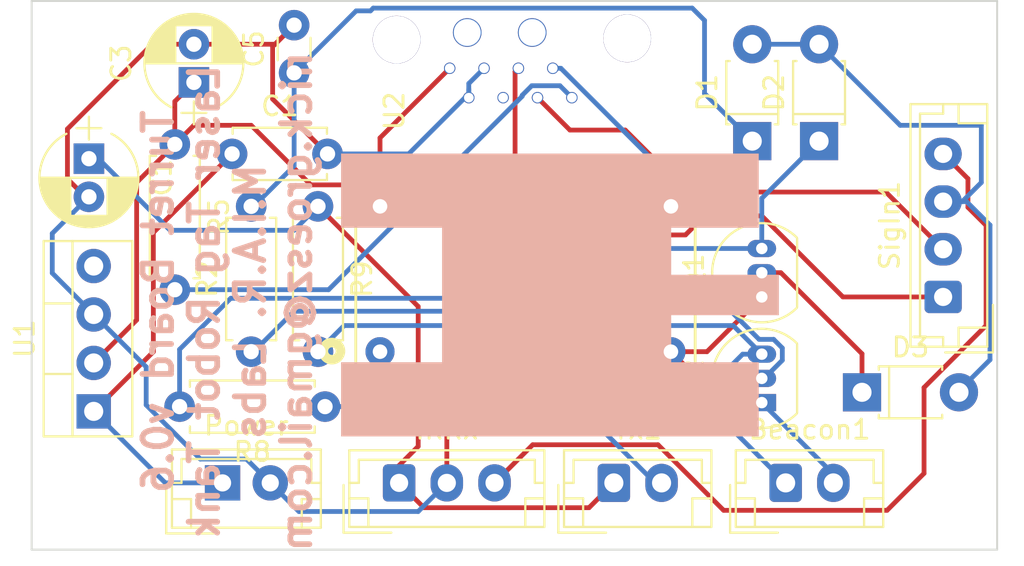
<source format=kicad_pcb>
(kicad_pcb (version 20171130) (host pcbnew 5.1.7-a382d34a8~88~ubuntu18.04.1)

  (general
    (thickness 1.6)
    (drawings 5)
    (tracks 144)
    (zones 0)
    (modules 26)
    (nets 20)
  )

  (page A4)
  (layers
    (0 F.Cu signal)
    (31 B.Cu signal)
    (32 B.Adhes user)
    (33 F.Adhes user)
    (34 B.Paste user)
    (35 F.Paste user)
    (36 B.SilkS user)
    (37 F.SilkS user)
    (38 B.Mask user)
    (39 F.Mask user)
    (40 Dwgs.User user)
    (41 Cmts.User user)
    (42 Eco1.User user)
    (43 Eco2.User user)
    (44 Edge.Cuts user)
    (45 Margin user)
    (46 B.CrtYd user)
    (47 F.CrtYd user)
    (48 B.Fab user)
    (49 F.Fab user)
  )

  (setup
    (last_trace_width 0.25)
    (trace_clearance 0.2)
    (zone_clearance 0.508)
    (zone_45_only no)
    (trace_min 0.2)
    (via_size 0.6)
    (via_drill 0.4)
    (via_min_size 0.4)
    (via_min_drill 0.3)
    (uvia_size 0.3)
    (uvia_drill 0.1)
    (uvias_allowed no)
    (uvia_min_size 0.2)
    (uvia_min_drill 0.1)
    (edge_width 0.1)
    (segment_width 0.2)
    (pcb_text_width 0.3)
    (pcb_text_size 1.5 1.5)
    (mod_edge_width 0.15)
    (mod_text_size 1 1)
    (mod_text_width 0.15)
    (pad_size 1.6 1.6)
    (pad_drill 0.8)
    (pad_to_mask_clearance 0)
    (aux_axis_origin 0 0)
    (grid_origin 179 108.5)
    (visible_elements FFFFFF7F)
    (pcbplotparams
      (layerselection 0x00030_80000001)
      (usegerberextensions false)
      (usegerberattributes true)
      (usegerberadvancedattributes true)
      (creategerberjobfile true)
      (excludeedgelayer true)
      (linewidth 0.100000)
      (plotframeref false)
      (viasonmask false)
      (mode 1)
      (useauxorigin false)
      (hpglpennumber 1)
      (hpglpenspeed 20)
      (hpglpendiameter 15.000000)
      (psnegative false)
      (psa4output false)
      (plotreference true)
      (plotvalue true)
      (plotinvisibletext false)
      (padsonsilk false)
      (subtractmaskfromsilk false)
      (outputformat 1)
      (mirror false)
      (drillshape 1)
      (scaleselection 1)
      (outputdirectory ""))
  )

  (net 0 "")
  (net 1 "Net-(U2-Pad4)")
  (net 2 "Net-(Y1-Pad1)")
  (net 3 Beacon)
  (net 4 GND)
  (net 5 3.3V)
  (net 6 "Net-(C5-Pad1)")
  (net 7 IRSig)
  (net 8 "Net-(D2-Pad1)")
  (net 9 "Net-(D3-Pad1)")
  (net 10 SDA)
  (net 11 SLC)
  (net 12 IRTx)
  (net 13 5V)
  (net 14 "Net-(Q2-Pad2)")
  (net 15 IRRx)
  (net 16 "Net-(U1-Pad4)")
  (net 17 RESET)
  (net 18 "Net-(U2-Pad7)")
  (net 19 "Net-(C1-Pad1)")

  (net_class Default "This is the default net class."
    (clearance 0.2)
    (trace_width 0.25)
    (via_dia 0.6)
    (via_drill 0.4)
    (uvia_dia 0.3)
    (uvia_drill 0.1)
    (add_net 3.3V)
    (add_net 5V)
    (add_net Beacon)
    (add_net GND)
    (add_net IRRx)
    (add_net IRSig)
    (add_net IRTx)
    (add_net "Net-(C1-Pad1)")
    (add_net "Net-(C5-Pad1)")
    (add_net "Net-(D2-Pad1)")
    (add_net "Net-(D3-Pad1)")
    (add_net "Net-(Q2-Pad2)")
    (add_net "Net-(U1-Pad4)")
    (add_net "Net-(U2-Pad4)")
    (add_net "Net-(U2-Pad7)")
    (add_net "Net-(Y1-Pad1)")
    (add_net RESET)
    (add_net SDA)
    (add_net SLC)
  )

  (module Capacitors_THT:CP_Radial_D5.0mm_P2.00mm (layer F.Cu) (tedit 597BC7C2) (tstamp 5A07C14B)
    (at 179.75 102.25 270)
    (descr "CP, Radial series, Radial, pin pitch=2.00mm, , diameter=5mm, Electrolytic Capacitor")
    (tags "CP Radial series Radial pin pitch 2.00mm  diameter 5mm Electrolytic Capacitor")
    (path /59C1A5FB)
    (fp_text reference C1 (at 1 -3.81 270) (layer F.SilkS)
      (effects (font (size 1 1) (thickness 0.15)))
    )
    (fp_text value CP (at 1 3.81 270) (layer F.Fab)
      (effects (font (size 1 1) (thickness 0.15)))
    )
    (fp_circle (center 1 0) (end 3.5 0) (layer F.Fab) (width 0.1))
    (fp_line (start -2.2 0) (end -1 0) (layer F.Fab) (width 0.1))
    (fp_line (start -1.6 -0.65) (end -1.6 0.65) (layer F.Fab) (width 0.1))
    (fp_line (start 1 -2.55) (end 1 2.55) (layer F.SilkS) (width 0.12))
    (fp_line (start 1.04 -2.55) (end 1.04 -0.98) (layer F.SilkS) (width 0.12))
    (fp_line (start 1.04 0.98) (end 1.04 2.55) (layer F.SilkS) (width 0.12))
    (fp_line (start 1.08 -2.549) (end 1.08 -0.98) (layer F.SilkS) (width 0.12))
    (fp_line (start 1.08 0.98) (end 1.08 2.549) (layer F.SilkS) (width 0.12))
    (fp_line (start 1.12 -2.548) (end 1.12 -0.98) (layer F.SilkS) (width 0.12))
    (fp_line (start 1.12 0.98) (end 1.12 2.548) (layer F.SilkS) (width 0.12))
    (fp_line (start 1.16 -2.546) (end 1.16 -0.98) (layer F.SilkS) (width 0.12))
    (fp_line (start 1.16 0.98) (end 1.16 2.546) (layer F.SilkS) (width 0.12))
    (fp_line (start 1.2 -2.543) (end 1.2 -0.98) (layer F.SilkS) (width 0.12))
    (fp_line (start 1.2 0.98) (end 1.2 2.543) (layer F.SilkS) (width 0.12))
    (fp_line (start 1.24 -2.539) (end 1.24 -0.98) (layer F.SilkS) (width 0.12))
    (fp_line (start 1.24 0.98) (end 1.24 2.539) (layer F.SilkS) (width 0.12))
    (fp_line (start 1.28 -2.535) (end 1.28 -0.98) (layer F.SilkS) (width 0.12))
    (fp_line (start 1.28 0.98) (end 1.28 2.535) (layer F.SilkS) (width 0.12))
    (fp_line (start 1.32 -2.531) (end 1.32 -0.98) (layer F.SilkS) (width 0.12))
    (fp_line (start 1.32 0.98) (end 1.32 2.531) (layer F.SilkS) (width 0.12))
    (fp_line (start 1.36 -2.525) (end 1.36 -0.98) (layer F.SilkS) (width 0.12))
    (fp_line (start 1.36 0.98) (end 1.36 2.525) (layer F.SilkS) (width 0.12))
    (fp_line (start 1.4 -2.519) (end 1.4 -0.98) (layer F.SilkS) (width 0.12))
    (fp_line (start 1.4 0.98) (end 1.4 2.519) (layer F.SilkS) (width 0.12))
    (fp_line (start 1.44 -2.513) (end 1.44 -0.98) (layer F.SilkS) (width 0.12))
    (fp_line (start 1.44 0.98) (end 1.44 2.513) (layer F.SilkS) (width 0.12))
    (fp_line (start 1.48 -2.506) (end 1.48 -0.98) (layer F.SilkS) (width 0.12))
    (fp_line (start 1.48 0.98) (end 1.48 2.506) (layer F.SilkS) (width 0.12))
    (fp_line (start 1.52 -2.498) (end 1.52 -0.98) (layer F.SilkS) (width 0.12))
    (fp_line (start 1.52 0.98) (end 1.52 2.498) (layer F.SilkS) (width 0.12))
    (fp_line (start 1.56 -2.489) (end 1.56 -0.98) (layer F.SilkS) (width 0.12))
    (fp_line (start 1.56 0.98) (end 1.56 2.489) (layer F.SilkS) (width 0.12))
    (fp_line (start 1.6 -2.48) (end 1.6 -0.98) (layer F.SilkS) (width 0.12))
    (fp_line (start 1.6 0.98) (end 1.6 2.48) (layer F.SilkS) (width 0.12))
    (fp_line (start 1.64 -2.47) (end 1.64 -0.98) (layer F.SilkS) (width 0.12))
    (fp_line (start 1.64 0.98) (end 1.64 2.47) (layer F.SilkS) (width 0.12))
    (fp_line (start 1.68 -2.46) (end 1.68 -0.98) (layer F.SilkS) (width 0.12))
    (fp_line (start 1.68 0.98) (end 1.68 2.46) (layer F.SilkS) (width 0.12))
    (fp_line (start 1.721 -2.448) (end 1.721 -0.98) (layer F.SilkS) (width 0.12))
    (fp_line (start 1.721 0.98) (end 1.721 2.448) (layer F.SilkS) (width 0.12))
    (fp_line (start 1.761 -2.436) (end 1.761 -0.98) (layer F.SilkS) (width 0.12))
    (fp_line (start 1.761 0.98) (end 1.761 2.436) (layer F.SilkS) (width 0.12))
    (fp_line (start 1.801 -2.424) (end 1.801 -0.98) (layer F.SilkS) (width 0.12))
    (fp_line (start 1.801 0.98) (end 1.801 2.424) (layer F.SilkS) (width 0.12))
    (fp_line (start 1.841 -2.41) (end 1.841 -0.98) (layer F.SilkS) (width 0.12))
    (fp_line (start 1.841 0.98) (end 1.841 2.41) (layer F.SilkS) (width 0.12))
    (fp_line (start 1.881 -2.396) (end 1.881 -0.98) (layer F.SilkS) (width 0.12))
    (fp_line (start 1.881 0.98) (end 1.881 2.396) (layer F.SilkS) (width 0.12))
    (fp_line (start 1.921 -2.382) (end 1.921 -0.98) (layer F.SilkS) (width 0.12))
    (fp_line (start 1.921 0.98) (end 1.921 2.382) (layer F.SilkS) (width 0.12))
    (fp_line (start 1.961 -2.366) (end 1.961 -0.98) (layer F.SilkS) (width 0.12))
    (fp_line (start 1.961 0.98) (end 1.961 2.366) (layer F.SilkS) (width 0.12))
    (fp_line (start 2.001 -2.35) (end 2.001 -0.98) (layer F.SilkS) (width 0.12))
    (fp_line (start 2.001 0.98) (end 2.001 2.35) (layer F.SilkS) (width 0.12))
    (fp_line (start 2.041 -2.333) (end 2.041 -0.98) (layer F.SilkS) (width 0.12))
    (fp_line (start 2.041 0.98) (end 2.041 2.333) (layer F.SilkS) (width 0.12))
    (fp_line (start 2.081 -2.315) (end 2.081 -0.98) (layer F.SilkS) (width 0.12))
    (fp_line (start 2.081 0.98) (end 2.081 2.315) (layer F.SilkS) (width 0.12))
    (fp_line (start 2.121 -2.296) (end 2.121 -0.98) (layer F.SilkS) (width 0.12))
    (fp_line (start 2.121 0.98) (end 2.121 2.296) (layer F.SilkS) (width 0.12))
    (fp_line (start 2.161 -2.276) (end 2.161 -0.98) (layer F.SilkS) (width 0.12))
    (fp_line (start 2.161 0.98) (end 2.161 2.276) (layer F.SilkS) (width 0.12))
    (fp_line (start 2.201 -2.256) (end 2.201 -0.98) (layer F.SilkS) (width 0.12))
    (fp_line (start 2.201 0.98) (end 2.201 2.256) (layer F.SilkS) (width 0.12))
    (fp_line (start 2.241 -2.234) (end 2.241 -0.98) (layer F.SilkS) (width 0.12))
    (fp_line (start 2.241 0.98) (end 2.241 2.234) (layer F.SilkS) (width 0.12))
    (fp_line (start 2.281 -2.212) (end 2.281 -0.98) (layer F.SilkS) (width 0.12))
    (fp_line (start 2.281 0.98) (end 2.281 2.212) (layer F.SilkS) (width 0.12))
    (fp_line (start 2.321 -2.189) (end 2.321 -0.98) (layer F.SilkS) (width 0.12))
    (fp_line (start 2.321 0.98) (end 2.321 2.189) (layer F.SilkS) (width 0.12))
    (fp_line (start 2.361 -2.165) (end 2.361 -0.98) (layer F.SilkS) (width 0.12))
    (fp_line (start 2.361 0.98) (end 2.361 2.165) (layer F.SilkS) (width 0.12))
    (fp_line (start 2.401 -2.14) (end 2.401 -0.98) (layer F.SilkS) (width 0.12))
    (fp_line (start 2.401 0.98) (end 2.401 2.14) (layer F.SilkS) (width 0.12))
    (fp_line (start 2.441 -2.113) (end 2.441 -0.98) (layer F.SilkS) (width 0.12))
    (fp_line (start 2.441 0.98) (end 2.441 2.113) (layer F.SilkS) (width 0.12))
    (fp_line (start 2.481 -2.086) (end 2.481 -0.98) (layer F.SilkS) (width 0.12))
    (fp_line (start 2.481 0.98) (end 2.481 2.086) (layer F.SilkS) (width 0.12))
    (fp_line (start 2.521 -2.058) (end 2.521 -0.98) (layer F.SilkS) (width 0.12))
    (fp_line (start 2.521 0.98) (end 2.521 2.058) (layer F.SilkS) (width 0.12))
    (fp_line (start 2.561 -2.028) (end 2.561 -0.98) (layer F.SilkS) (width 0.12))
    (fp_line (start 2.561 0.98) (end 2.561 2.028) (layer F.SilkS) (width 0.12))
    (fp_line (start 2.601 -1.997) (end 2.601 -0.98) (layer F.SilkS) (width 0.12))
    (fp_line (start 2.601 0.98) (end 2.601 1.997) (layer F.SilkS) (width 0.12))
    (fp_line (start 2.641 -1.965) (end 2.641 -0.98) (layer F.SilkS) (width 0.12))
    (fp_line (start 2.641 0.98) (end 2.641 1.965) (layer F.SilkS) (width 0.12))
    (fp_line (start 2.681 -1.932) (end 2.681 -0.98) (layer F.SilkS) (width 0.12))
    (fp_line (start 2.681 0.98) (end 2.681 1.932) (layer F.SilkS) (width 0.12))
    (fp_line (start 2.721 -1.897) (end 2.721 -0.98) (layer F.SilkS) (width 0.12))
    (fp_line (start 2.721 0.98) (end 2.721 1.897) (layer F.SilkS) (width 0.12))
    (fp_line (start 2.761 -1.861) (end 2.761 -0.98) (layer F.SilkS) (width 0.12))
    (fp_line (start 2.761 0.98) (end 2.761 1.861) (layer F.SilkS) (width 0.12))
    (fp_line (start 2.801 -1.823) (end 2.801 -0.98) (layer F.SilkS) (width 0.12))
    (fp_line (start 2.801 0.98) (end 2.801 1.823) (layer F.SilkS) (width 0.12))
    (fp_line (start 2.841 -1.783) (end 2.841 -0.98) (layer F.SilkS) (width 0.12))
    (fp_line (start 2.841 0.98) (end 2.841 1.783) (layer F.SilkS) (width 0.12))
    (fp_line (start 2.881 -1.742) (end 2.881 -0.98) (layer F.SilkS) (width 0.12))
    (fp_line (start 2.881 0.98) (end 2.881 1.742) (layer F.SilkS) (width 0.12))
    (fp_line (start 2.921 -1.699) (end 2.921 -0.98) (layer F.SilkS) (width 0.12))
    (fp_line (start 2.921 0.98) (end 2.921 1.699) (layer F.SilkS) (width 0.12))
    (fp_line (start 2.961 -1.654) (end 2.961 -0.98) (layer F.SilkS) (width 0.12))
    (fp_line (start 2.961 0.98) (end 2.961 1.654) (layer F.SilkS) (width 0.12))
    (fp_line (start 3.001 -1.606) (end 3.001 1.606) (layer F.SilkS) (width 0.12))
    (fp_line (start 3.041 -1.556) (end 3.041 1.556) (layer F.SilkS) (width 0.12))
    (fp_line (start 3.081 -1.504) (end 3.081 1.504) (layer F.SilkS) (width 0.12))
    (fp_line (start 3.121 -1.448) (end 3.121 1.448) (layer F.SilkS) (width 0.12))
    (fp_line (start 3.161 -1.39) (end 3.161 1.39) (layer F.SilkS) (width 0.12))
    (fp_line (start 3.201 -1.327) (end 3.201 1.327) (layer F.SilkS) (width 0.12))
    (fp_line (start 3.241 -1.261) (end 3.241 1.261) (layer F.SilkS) (width 0.12))
    (fp_line (start 3.281 -1.189) (end 3.281 1.189) (layer F.SilkS) (width 0.12))
    (fp_line (start 3.321 -1.112) (end 3.321 1.112) (layer F.SilkS) (width 0.12))
    (fp_line (start 3.361 -1.028) (end 3.361 1.028) (layer F.SilkS) (width 0.12))
    (fp_line (start 3.401 -0.934) (end 3.401 0.934) (layer F.SilkS) (width 0.12))
    (fp_line (start 3.441 -0.829) (end 3.441 0.829) (layer F.SilkS) (width 0.12))
    (fp_line (start 3.481 -0.707) (end 3.481 0.707) (layer F.SilkS) (width 0.12))
    (fp_line (start 3.521 -0.559) (end 3.521 0.559) (layer F.SilkS) (width 0.12))
    (fp_line (start 3.561 -0.354) (end 3.561 0.354) (layer F.SilkS) (width 0.12))
    (fp_line (start -2.2 0) (end -1 0) (layer F.SilkS) (width 0.12))
    (fp_line (start -1.6 -0.65) (end -1.6 0.65) (layer F.SilkS) (width 0.12))
    (fp_line (start -1.85 -2.85) (end -1.85 2.85) (layer F.CrtYd) (width 0.05))
    (fp_line (start -1.85 2.85) (end 3.85 2.85) (layer F.CrtYd) (width 0.05))
    (fp_line (start 3.85 2.85) (end 3.85 -2.85) (layer F.CrtYd) (width 0.05))
    (fp_line (start 3.85 -2.85) (end -1.85 -2.85) (layer F.CrtYd) (width 0.05))
    (fp_arc (start 1 0) (end -1.30558 -1.18) (angle 125.8) (layer F.SilkS) (width 0.12))
    (fp_arc (start 1 0) (end -1.30558 1.18) (angle -125.8) (layer F.SilkS) (width 0.12))
    (fp_arc (start 1 0) (end 3.30558 -1.18) (angle 54.2) (layer F.SilkS) (width 0.12))
    (fp_text user %R (at 1 0 270) (layer F.Fab)
      (effects (font (size 1 1) (thickness 0.15)))
    )
    (pad 1 thru_hole rect (at 0 0 270) (size 1.6 1.6) (drill 0.8) (layers *.Cu *.Mask)
      (net 13 5V))
    (pad 2 thru_hole circle (at 2 0 270) (size 1.6 1.6) (drill 0.8) (layers *.Cu *.Mask)
      (net 4 GND))
    (model ${KISYS3DMOD}/Capacitors_THT.3dshapes/CP_Radial_D5.0mm_P2.00mm.wrl
      (at (xyz 0 0 0))
      (scale (xyz 1 1 1))
      (rotate (xyz 0 0 0))
    )
  )

  (module Tank:ECS-100AX (layer F.Cu) (tedit 614FB088) (tstamp 5A07ACEE)
    (at 195 104.75)
    (tags Crystal)
    (path /59D70B97)
    (fp_text reference Y1 (at 0 0.5) (layer F.SilkS)
      (effects (font (size 1 1) (thickness 0.15)))
    )
    (fp_text value Crystal_4pin (at 0 -0.5) (layer F.Fab)
      (effects (font (size 1 1) (thickness 0.15)))
    )
    (fp_line (start -1.27 -2.54) (end 16.51 -2.54) (layer F.SilkS) (width 0.15))
    (fp_line (start 16.51 -2.54) (end 16.51 10.16) (layer F.SilkS) (width 0.15))
    (fp_line (start 16.51 10.16) (end -1.27 10.16) (layer F.SilkS) (width 0.15))
    (fp_line (start -1.27 10.16) (end -1.27 -2.54) (layer F.SilkS) (width 0.15))
    (fp_circle (center -2.52 7.59) (end -2.32 7.59) (layer F.SilkS) (width 0.5))
    (pad 7 thru_hole circle (at 15.24 7.62) (size 1.524 1.524) (drill 0.762) (layers *.Cu *.Mask)
      (net 4 GND))
    (pad 1 thru_hole circle (at 0 7.62) (size 1.524 1.524) (drill 0.762) (layers *.Cu *.Mask)
      (net 2 "Net-(Y1-Pad1)"))
    (pad 8 thru_hole circle (at 15.24 0) (size 1.524 1.524) (drill 0.762) (layers *.Cu *.Mask)
      (net 18 "Net-(U2-Pad7)"))
    (pad 14 thru_hole circle (at 0 0) (size 1.524 1.524) (drill 0.762) (layers *.Cu *.Mask)
      (net 5 3.3V))
  )

  (module Mounting_Holes:MountingHole_2.2mm_M2 (layer F.Cu) (tedit 5A07ACBC) (tstamp 6150506E)
    (at 224.5 96.5)
    (descr "Mounting Hole 2.2mm, no annular, M2")
    (tags "mounting hole 2.2mm no annular m2")
    (fp_text reference REF** (at 0 -3.2) (layer F.SilkS) hide
      (effects (font (size 1 1) (thickness 0.15)))
    )
    (fp_text value MountingHole_2.2mm_M2 (at 0 3.2) (layer F.Fab) hide
      (effects (font (size 1 1) (thickness 0.15)))
    )
    (fp_circle (center 0 0) (end 2.2 0) (layer Cmts.User) (width 0.15))
    (fp_circle (center 0 0) (end 2.45 0) (layer F.CrtYd) (width 0.05))
    (pad 1 np_thru_hole circle (at 0 0) (size 2.2 2.2) (drill 2.2) (layers *.Cu *.Mask))
  )

  (module Resistor_THT:R_Axial_DIN0207_L6.3mm_D2.5mm_P7.62mm_Horizontal (layer F.Cu) (tedit 5AE5139B) (tstamp 61504B2E)
    (at 192.12 115.25 180)
    (descr "Resistor, Axial_DIN0207 series, Axial, Horizontal, pin pitch=7.62mm, 0.25W = 1/4W, length*diameter=6.3*2.5mm^2, http://cdn-reichelt.de/documents/datenblatt/B400/1_4W%23YAG.pdf")
    (tags "Resistor Axial_DIN0207 series Axial Horizontal pin pitch 7.62mm 0.25W = 1/4W length 6.3mm diameter 2.5mm")
    (path /59ED66B2)
    (fp_text reference R8 (at 3.81 -2.37) (layer F.SilkS)
      (effects (font (size 1 1) (thickness 0.15)))
    )
    (fp_text value R (at 3.81 2.37) (layer F.Fab)
      (effects (font (size 1 1) (thickness 0.15)))
    )
    (fp_text user %R (at 3.81 0) (layer F.Fab)
      (effects (font (size 1 1) (thickness 0.15)))
    )
    (fp_line (start 0.66 -1.25) (end 0.66 1.25) (layer F.Fab) (width 0.1))
    (fp_line (start 0.66 1.25) (end 6.96 1.25) (layer F.Fab) (width 0.1))
    (fp_line (start 6.96 1.25) (end 6.96 -1.25) (layer F.Fab) (width 0.1))
    (fp_line (start 6.96 -1.25) (end 0.66 -1.25) (layer F.Fab) (width 0.1))
    (fp_line (start 0 0) (end 0.66 0) (layer F.Fab) (width 0.1))
    (fp_line (start 7.62 0) (end 6.96 0) (layer F.Fab) (width 0.1))
    (fp_line (start 0.54 -1.04) (end 0.54 -1.37) (layer F.SilkS) (width 0.12))
    (fp_line (start 0.54 -1.37) (end 7.08 -1.37) (layer F.SilkS) (width 0.12))
    (fp_line (start 7.08 -1.37) (end 7.08 -1.04) (layer F.SilkS) (width 0.12))
    (fp_line (start 0.54 1.04) (end 0.54 1.37) (layer F.SilkS) (width 0.12))
    (fp_line (start 0.54 1.37) (end 7.08 1.37) (layer F.SilkS) (width 0.12))
    (fp_line (start 7.08 1.37) (end 7.08 1.04) (layer F.SilkS) (width 0.12))
    (fp_line (start -1.05 -1.5) (end -1.05 1.5) (layer F.CrtYd) (width 0.05))
    (fp_line (start -1.05 1.5) (end 8.67 1.5) (layer F.CrtYd) (width 0.05))
    (fp_line (start 8.67 1.5) (end 8.67 -1.5) (layer F.CrtYd) (width 0.05))
    (fp_line (start 8.67 -1.5) (end -1.05 -1.5) (layer F.CrtYd) (width 0.05))
    (pad 2 thru_hole oval (at 7.62 0 180) (size 1.6 1.6) (drill 0.8) (layers *.Cu *.Mask)
      (net 8 "Net-(D2-Pad1)"))
    (pad 1 thru_hole circle (at 0 0 180) (size 1.6 1.6) (drill 0.8) (layers *.Cu *.Mask)
      (net 12 IRTx))
    (model ${KISYS3DMOD}/Resistor_THT.3dshapes/R_Axial_DIN0207_L6.3mm_D2.5mm_P7.62mm_Horizontal.wrl
      (at (xyz 0 0 0))
      (scale (xyz 1 1 1))
      (rotate (xyz 0 0 0))
    )
  )

  (module Capacitor_THT:C_Disc_D4.7mm_W2.5mm_P5.00mm (layer F.Cu) (tedit 5AE50EF0) (tstamp 61504AF0)
    (at 187.25 102)
    (descr "C, Disc series, Radial, pin pitch=5.00mm, , diameter*width=4.7*2.5mm^2, Capacitor, http://www.vishay.com/docs/45233/krseries.pdf")
    (tags "C Disc series Radial pin pitch 5.00mm  diameter 4.7mm width 2.5mm Capacitor")
    (path /5EE472A7)
    (fp_text reference C1 (at 2.5 -2.5) (layer F.SilkS)
      (effects (font (size 1 1) (thickness 0.15)))
    )
    (fp_text value C_Small (at 2.5 2.5) (layer F.Fab)
      (effects (font (size 1 1) (thickness 0.15)))
    )
    (fp_text user %R (at 2.5 0) (layer F.Fab)
      (effects (font (size 0.94 0.94) (thickness 0.141)))
    )
    (fp_line (start 0.15 -1.25) (end 0.15 1.25) (layer F.Fab) (width 0.1))
    (fp_line (start 0.15 1.25) (end 4.85 1.25) (layer F.Fab) (width 0.1))
    (fp_line (start 4.85 1.25) (end 4.85 -1.25) (layer F.Fab) (width 0.1))
    (fp_line (start 4.85 -1.25) (end 0.15 -1.25) (layer F.Fab) (width 0.1))
    (fp_line (start 0.03 -1.37) (end 4.97 -1.37) (layer F.SilkS) (width 0.12))
    (fp_line (start 0.03 1.37) (end 4.97 1.37) (layer F.SilkS) (width 0.12))
    (fp_line (start 0.03 -1.37) (end 0.03 -1.055) (layer F.SilkS) (width 0.12))
    (fp_line (start 0.03 1.055) (end 0.03 1.37) (layer F.SilkS) (width 0.12))
    (fp_line (start 4.97 -1.37) (end 4.97 -1.055) (layer F.SilkS) (width 0.12))
    (fp_line (start 4.97 1.055) (end 4.97 1.37) (layer F.SilkS) (width 0.12))
    (fp_line (start -1.05 -1.5) (end -1.05 1.5) (layer F.CrtYd) (width 0.05))
    (fp_line (start -1.05 1.5) (end 6.05 1.5) (layer F.CrtYd) (width 0.05))
    (fp_line (start 6.05 1.5) (end 6.05 -1.5) (layer F.CrtYd) (width 0.05))
    (fp_line (start 6.05 -1.5) (end -1.05 -1.5) (layer F.CrtYd) (width 0.05))
    (pad 2 thru_hole circle (at 5 0) (size 1.6 1.6) (drill 0.8) (layers *.Cu *.Mask)
      (net 4 GND))
    (pad 1 thru_hole circle (at 0 0) (size 1.6 1.6) (drill 0.8) (layers *.Cu *.Mask)
      (net 19 "Net-(C1-Pad1)"))
    (model ${KISYS3DMOD}/Capacitor_THT.3dshapes/C_Disc_D4.7mm_W2.5mm_P5.00mm.wrl
      (at (xyz 0 0 0))
      (scale (xyz 1 1 1))
      (rotate (xyz 0 0 0))
    )
  )

  (module Connector_JST:JST_EH_B2B-EH-A_1x02_P2.50mm_Vertical (layer F.Cu) (tedit 5C28142C) (tstamp 5A07ACCE)
    (at 207.25 119.25)
    (descr "JST EH series connector, B2B-EH-A (http://www.jst-mfg.com/product/pdf/eng/eEH.pdf), generated with kicad-footprint-generator")
    (tags "connector JST EH vertical")
    (path /59D64A36)
    (fp_text reference Tx1 (at 1.25 -2.8) (layer F.SilkS)
      (effects (font (size 1 1) (thickness 0.15)))
    )
    (fp_text value TX (at 1.25 3.4) (layer F.Fab)
      (effects (font (size 1 1) (thickness 0.15)))
    )
    (fp_line (start -2.91 2.61) (end -0.41 2.61) (layer F.Fab) (width 0.1))
    (fp_line (start -2.91 0.11) (end -2.91 2.61) (layer F.Fab) (width 0.1))
    (fp_line (start -2.91 2.61) (end -0.41 2.61) (layer F.SilkS) (width 0.12))
    (fp_line (start -2.91 0.11) (end -2.91 2.61) (layer F.SilkS) (width 0.12))
    (fp_line (start 4.11 0.81) (end 4.11 2.31) (layer F.SilkS) (width 0.12))
    (fp_line (start 5.11 0.81) (end 4.11 0.81) (layer F.SilkS) (width 0.12))
    (fp_line (start -1.61 0.81) (end -1.61 2.31) (layer F.SilkS) (width 0.12))
    (fp_line (start -2.61 0.81) (end -1.61 0.81) (layer F.SilkS) (width 0.12))
    (fp_line (start 4.61 0) (end 5.11 0) (layer F.SilkS) (width 0.12))
    (fp_line (start 4.61 -1.21) (end 4.61 0) (layer F.SilkS) (width 0.12))
    (fp_line (start -2.11 -1.21) (end 4.61 -1.21) (layer F.SilkS) (width 0.12))
    (fp_line (start -2.11 0) (end -2.11 -1.21) (layer F.SilkS) (width 0.12))
    (fp_line (start -2.61 0) (end -2.11 0) (layer F.SilkS) (width 0.12))
    (fp_line (start 5.11 -1.71) (end -2.61 -1.71) (layer F.SilkS) (width 0.12))
    (fp_line (start 5.11 2.31) (end 5.11 -1.71) (layer F.SilkS) (width 0.12))
    (fp_line (start -2.61 2.31) (end 5.11 2.31) (layer F.SilkS) (width 0.12))
    (fp_line (start -2.61 -1.71) (end -2.61 2.31) (layer F.SilkS) (width 0.12))
    (fp_line (start 5.5 -2.1) (end -3 -2.1) (layer F.CrtYd) (width 0.05))
    (fp_line (start 5.5 2.7) (end 5.5 -2.1) (layer F.CrtYd) (width 0.05))
    (fp_line (start -3 2.7) (end 5.5 2.7) (layer F.CrtYd) (width 0.05))
    (fp_line (start -3 -2.1) (end -3 2.7) (layer F.CrtYd) (width 0.05))
    (fp_line (start 5 -1.6) (end -2.5 -1.6) (layer F.Fab) (width 0.1))
    (fp_line (start 5 2.2) (end 5 -1.6) (layer F.Fab) (width 0.1))
    (fp_line (start -2.5 2.2) (end 5 2.2) (layer F.Fab) (width 0.1))
    (fp_line (start -2.5 -1.6) (end -2.5 2.2) (layer F.Fab) (width 0.1))
    (fp_text user %R (at 1.25 1.5) (layer F.Fab)
      (effects (font (size 1 1) (thickness 0.15)))
    )
    (pad 2 thru_hole oval (at 2.5 0) (size 1.7 2) (drill 1) (layers *.Cu *.Mask)
      (net 12 IRTx))
    (pad 1 thru_hole roundrect (at 0 0) (size 1.7 2) (drill 1) (layers *.Cu *.Mask) (roundrect_rratio 0.147059)
      (net 13 5V))
    (model ${KISYS3DMOD}/Connector_JST.3dshapes/JST_EH_B2B-EH-A_1x02_P2.50mm_Vertical.wrl
      (at (xyz 0 0 0))
      (scale (xyz 1 1 1))
      (rotate (xyz 0 0 0))
    )
  )

  (module Connector_JST:JST_EH_B2B-EH-A_1x02_P2.50mm_Vertical (layer F.Cu) (tedit 5C28142C) (tstamp 5A07AC49)
    (at 216.25 119.25)
    (descr "JST EH series connector, B2B-EH-A (http://www.jst-mfg.com/product/pdf/eng/eEH.pdf), generated with kicad-footprint-generator")
    (tags "connector JST EH vertical")
    (path /59D648C7)
    (fp_text reference Beacon1 (at 1.25 -2.8) (layer F.SilkS)
      (effects (font (size 1 1) (thickness 0.15)))
    )
    (fp_text value CONN_01X02 (at 1.25 3.4) (layer F.Fab)
      (effects (font (size 1 1) (thickness 0.15)))
    )
    (fp_line (start -2.91 2.61) (end -0.41 2.61) (layer F.Fab) (width 0.1))
    (fp_line (start -2.91 0.11) (end -2.91 2.61) (layer F.Fab) (width 0.1))
    (fp_line (start -2.91 2.61) (end -0.41 2.61) (layer F.SilkS) (width 0.12))
    (fp_line (start -2.91 0.11) (end -2.91 2.61) (layer F.SilkS) (width 0.12))
    (fp_line (start 4.11 0.81) (end 4.11 2.31) (layer F.SilkS) (width 0.12))
    (fp_line (start 5.11 0.81) (end 4.11 0.81) (layer F.SilkS) (width 0.12))
    (fp_line (start -1.61 0.81) (end -1.61 2.31) (layer F.SilkS) (width 0.12))
    (fp_line (start -2.61 0.81) (end -1.61 0.81) (layer F.SilkS) (width 0.12))
    (fp_line (start 4.61 0) (end 5.11 0) (layer F.SilkS) (width 0.12))
    (fp_line (start 4.61 -1.21) (end 4.61 0) (layer F.SilkS) (width 0.12))
    (fp_line (start -2.11 -1.21) (end 4.61 -1.21) (layer F.SilkS) (width 0.12))
    (fp_line (start -2.11 0) (end -2.11 -1.21) (layer F.SilkS) (width 0.12))
    (fp_line (start -2.61 0) (end -2.11 0) (layer F.SilkS) (width 0.12))
    (fp_line (start 5.11 -1.71) (end -2.61 -1.71) (layer F.SilkS) (width 0.12))
    (fp_line (start 5.11 2.31) (end 5.11 -1.71) (layer F.SilkS) (width 0.12))
    (fp_line (start -2.61 2.31) (end 5.11 2.31) (layer F.SilkS) (width 0.12))
    (fp_line (start -2.61 -1.71) (end -2.61 2.31) (layer F.SilkS) (width 0.12))
    (fp_line (start 5.5 -2.1) (end -3 -2.1) (layer F.CrtYd) (width 0.05))
    (fp_line (start 5.5 2.7) (end 5.5 -2.1) (layer F.CrtYd) (width 0.05))
    (fp_line (start -3 2.7) (end 5.5 2.7) (layer F.CrtYd) (width 0.05))
    (fp_line (start -3 -2.1) (end -3 2.7) (layer F.CrtYd) (width 0.05))
    (fp_line (start 5 -1.6) (end -2.5 -1.6) (layer F.Fab) (width 0.1))
    (fp_line (start 5 2.2) (end 5 -1.6) (layer F.Fab) (width 0.1))
    (fp_line (start -2.5 2.2) (end 5 2.2) (layer F.Fab) (width 0.1))
    (fp_line (start -2.5 -1.6) (end -2.5 2.2) (layer F.Fab) (width 0.1))
    (fp_text user %R (at 1.25 1.5) (layer F.Fab)
      (effects (font (size 1 1) (thickness 0.15)))
    )
    (pad 2 thru_hole oval (at 2.5 0) (size 1.7 2) (drill 1) (layers *.Cu *.Mask)
      (net 4 GND))
    (pad 1 thru_hole roundrect (at 0 0) (size 1.7 2) (drill 1) (layers *.Cu *.Mask) (roundrect_rratio 0.147059)
      (net 3 Beacon))
    (model ${KISYS3DMOD}/Connector_JST.3dshapes/JST_EH_B2B-EH-A_1x02_P2.50mm_Vertical.wrl
      (at (xyz 0 0 0))
      (scale (xyz 1 1 1))
      (rotate (xyz 0 0 0))
    )
  )

  (module JST:JST_EH_B02B-EH-A_02x2.50mm_Straight (layer F.Cu) (tedit 58A3B0B5) (tstamp 5A07AC87)
    (at 186.75 119.25)
    (descr "JST EH series connector, B02B-EH-A, 2.50mm pitch, top entry")
    (tags "connector jst eh top vertical straight")
    (path /5A07DE3C)
    (fp_text reference Power (at 1.25 -3 180) (layer F.SilkS)
      (effects (font (size 1 1) (thickness 0.15)))
    )
    (fp_text value Conn_01x02_Male (at 1.25 3.5 180) (layer F.Fab)
      (effects (font (size 1 1) (thickness 0.15)))
    )
    (fp_line (start -2.5 -1.6) (end -2.5 2.2) (layer F.Fab) (width 0.1))
    (fp_line (start -2.5 2.2) (end 5 2.2) (layer F.Fab) (width 0.1))
    (fp_line (start 5 2.2) (end 5 -1.6) (layer F.Fab) (width 0.1))
    (fp_line (start 5 -1.6) (end -2.5 -1.6) (layer F.Fab) (width 0.1))
    (fp_line (start -2.65 -1.75) (end -2.65 2.35) (layer F.SilkS) (width 0.12))
    (fp_line (start -2.65 2.35) (end 5.15 2.35) (layer F.SilkS) (width 0.12))
    (fp_line (start 5.15 2.35) (end 5.15 -1.75) (layer F.SilkS) (width 0.12))
    (fp_line (start 5.15 -1.75) (end -2.65 -1.75) (layer F.SilkS) (width 0.12))
    (fp_line (start -2.65 0) (end -2.15 0) (layer F.SilkS) (width 0.12))
    (fp_line (start -2.15 0) (end -2.15 -1.25) (layer F.SilkS) (width 0.12))
    (fp_line (start -2.15 -1.25) (end 4.65 -1.25) (layer F.SilkS) (width 0.12))
    (fp_line (start 4.65 -1.25) (end 4.65 0) (layer F.SilkS) (width 0.12))
    (fp_line (start 4.65 0) (end 5.15 0) (layer F.SilkS) (width 0.12))
    (fp_line (start -2.65 0.85) (end -1.65 0.85) (layer F.SilkS) (width 0.12))
    (fp_line (start -1.65 0.85) (end -1.65 2.35) (layer F.SilkS) (width 0.12))
    (fp_line (start 5.15 0.85) (end 4.15 0.85) (layer F.SilkS) (width 0.12))
    (fp_line (start 4.15 0.85) (end 4.15 2.35) (layer F.SilkS) (width 0.12))
    (fp_line (start -2.95 0.15) (end -2.95 2.65) (layer F.SilkS) (width 0.12))
    (fp_line (start -2.95 2.65) (end -0.45 2.65) (layer F.SilkS) (width 0.12))
    (fp_line (start -2.95 0.15) (end -2.95 2.65) (layer F.Fab) (width 0.1))
    (fp_line (start -2.95 2.65) (end -0.45 2.65) (layer F.Fab) (width 0.1))
    (fp_line (start -3.15 -2.25) (end -3.15 2.85) (layer F.CrtYd) (width 0.05))
    (fp_line (start -3.15 2.85) (end 5.65 2.85) (layer F.CrtYd) (width 0.05))
    (fp_line (start 5.65 2.85) (end 5.65 -2.25) (layer F.CrtYd) (width 0.05))
    (fp_line (start 5.65 -2.25) (end -3.15 -2.25) (layer F.CrtYd) (width 0.05))
    (fp_text user %R (at 1.25 -3 180) (layer F.Fab)
      (effects (font (size 1 1) (thickness 0.15)))
    )
    (pad 1 thru_hole rect (at 0 0) (size 1.85 1.85) (drill 0.9) (layers *.Cu *.Mask)
      (net 19 "Net-(C1-Pad1)"))
    (pad 2 thru_hole circle (at 2.5 0) (size 1.85 1.85) (drill 0.9) (layers *.Cu *.Mask)
      (net 4 GND))
    (model Connectors_JST.3dshapes/JST_EH_B02B-EH-A_02x2.50mm_Straight.wrl
      (at (xyz 0 0 0))
      (scale (xyz 1 1 1))
      (rotate (xyz 0 0 0))
    )
  )

  (module modules:pixart_ir (layer F.Cu) (tedit 5A067084) (tstamp 5A07ACE6)
    (at 195.25 99.75 90)
    (path /59D5E048)
    (fp_text reference U2 (at 0 0.5 90) (layer F.SilkS)
      (effects (font (size 1 1) (thickness 0.15)))
    )
    (fp_text value pixart_ir (at 0 -0.5 90) (layer F.Fab)
      (effects (font (size 1 1) (thickness 0.15)))
    )
    (pad 9 thru_hole circle (at 3.81 12.7 90) (size 2.5 2.5) (drill 2.49) (layers *.Cu *.Mask))
    (pad 1 thru_hole circle (at 2.24 3.4 90) (size 0.6 0.6) (drill 0.5) (layers *.Cu *.Mask)
      (net 5 3.3V))
    (pad 3 thru_hole circle (at 2.24 5.2 90) (size 0.6 0.6) (drill 0.5) (layers *.Cu *.Mask)
      (net 4 GND))
    (pad 5 thru_hole circle (at 2.24 7 90) (size 0.6 0.6) (drill 0.5) (layers *.Cu *.Mask)
      (net 11 SLC))
    (pad 7 thru_hole circle (at 2.24 8.8 90) (size 0.6 0.6) (drill 0.5) (layers *.Cu *.Mask)
      (net 18 "Net-(U2-Pad7)"))
    (pad 2 thru_hole circle (at 0.7 4.4 90) (size 0.6 0.6) (drill 0.5) (layers *.Cu *.Mask)
      (net 4 GND))
    (pad 4 thru_hole circle (at 0.7 6.2 90) (size 0.6 0.6) (drill 0.5) (layers *.Cu *.Mask)
      (net 1 "Net-(U2-Pad4)"))
    (pad 6 thru_hole circle (at 0.7 8 90) (size 0.6 0.6) (drill 0.5) (layers *.Cu *.Mask)
      (net 10 SDA))
    (pad 8 thru_hole circle (at 0.7 9.8 90) (size 0.6 0.6) (drill 0.5) (layers *.Cu *.Mask)
      (net 17 RESET))
    (pad 9 thru_hole circle (at 3.74 0.62 90) (size 2.5 2.5) (drill 2.49) (layers *.Cu *.Mask))
    (pad 9 thru_hole circle (at 4.1148 4.318 90) (size 1.5 1.5) (drill 1.4) (layers *.Mask B.Cu))
    (pad 9 thru_hole circle (at 4.1148 7.7216 90) (size 1.5 1.5) (drill 1.4) (layers *.Mask B.Cu))
  )

  (module TO_SOT_Packages_THT:TO-92_Inline_Narrow_Oval (layer F.Cu) (tedit 58CE52AF) (tstamp 5A07AC95)
    (at 215 115.04 90)
    (descr "TO-92 leads in-line, narrow, oval pads, drill 0.6mm (see NXP sot054_po.pdf)")
    (tags "to-92 sc-43 sc-43a sot54 PA33 transistor")
    (path /5A0763B4)
    (fp_text reference Q2 (at 1.27 -3.56 90) (layer F.SilkS)
      (effects (font (size 1 1) (thickness 0.15)))
    )
    (fp_text value 2N3904 (at 1.27 2.79 90) (layer F.Fab)
      (effects (font (size 1 1) (thickness 0.15)))
    )
    (fp_line (start -0.53 1.85) (end 3.07 1.85) (layer F.SilkS) (width 0.12))
    (fp_line (start -0.5 1.75) (end 3 1.75) (layer F.Fab) (width 0.1))
    (fp_line (start -1.46 -2.73) (end 4 -2.73) (layer F.CrtYd) (width 0.05))
    (fp_line (start -1.46 -2.73) (end -1.46 2.01) (layer F.CrtYd) (width 0.05))
    (fp_line (start 4 2.01) (end 4 -2.73) (layer F.CrtYd) (width 0.05))
    (fp_line (start 4 2.01) (end -1.46 2.01) (layer F.CrtYd) (width 0.05))
    (fp_text user %R (at 1.27 -3.56 90) (layer F.Fab)
      (effects (font (size 1 1) (thickness 0.15)))
    )
    (fp_arc (start 1.27 0) (end 1.27 -2.48) (angle 135) (layer F.Fab) (width 0.1))
    (fp_arc (start 1.27 0) (end 1.27 -2.6) (angle -135) (layer F.SilkS) (width 0.12))
    (fp_arc (start 1.27 0) (end 1.27 -2.48) (angle -135) (layer F.Fab) (width 0.1))
    (fp_arc (start 1.27 0) (end 1.27 -2.6) (angle 135) (layer F.SilkS) (width 0.12))
    (pad 2 thru_hole oval (at 1.27 0 270) (size 0.9 1.5) (drill 0.6) (layers *.Cu *.Mask)
      (net 14 "Net-(Q2-Pad2)"))
    (pad 3 thru_hole oval (at 2.54 0 270) (size 0.9 1.5) (drill 0.6) (layers *.Cu *.Mask)
      (net 3 Beacon))
    (pad 1 thru_hole rect (at 0 0 270) (size 0.9 1.5) (drill 0.6) (layers *.Cu *.Mask)
      (net 4 GND))
    (model ${KISYS3DMOD}/TO_SOT_Packages_THT.3dshapes/TO-92_Inline_Narrow_Oval.wrl
      (offset (xyz 1.269999980926514 0 0))
      (scale (xyz 1 1 1))
      (rotate (xyz 0 0 -90))
    )
  )

  (module Mounting_Holes:MountingHole_2.2mm_M2 (layer F.Cu) (tedit 5A07ACBC) (tstamp 5A203385)
    (at 179.25 96.5)
    (descr "Mounting Hole 2.2mm, no annular, M2")
    (tags "mounting hole 2.2mm no annular m2")
    (fp_text reference REF** (at 0 -3.2) (layer F.SilkS) hide
      (effects (font (size 1 1) (thickness 0.15)))
    )
    (fp_text value MountingHole_2.2mm_M2 (at 0 3.2) (layer F.Fab) hide
      (effects (font (size 1 1) (thickness 0.15)))
    )
    (fp_circle (center 0 0) (end 2.2 0) (layer Cmts.User) (width 0.15))
    (fp_circle (center 0 0) (end 2.45 0) (layer F.CrtYd) (width 0.05))
    (pad 1 np_thru_hole circle (at 0 0) (size 2.2 2.2) (drill 2.2) (layers *.Cu *.Mask))
  )

  (module Mounting_Holes:MountingHole_2.2mm_M2 (layer F.Cu) (tedit 5A07ACBC) (tstamp 5A20337F)
    (at 179.75 120)
    (descr "Mounting Hole 2.2mm, no annular, M2")
    (tags "mounting hole 2.2mm no annular m2")
    (fp_text reference REF** (at 0 -3.2) (layer F.SilkS) hide
      (effects (font (size 1 1) (thickness 0.15)))
    )
    (fp_text value MountingHole_2.2mm_M2 (at 0 3.2) (layer F.Fab) hide
      (effects (font (size 1 1) (thickness 0.15)))
    )
    (fp_circle (center 0 0) (end 2.2 0) (layer Cmts.User) (width 0.15))
    (fp_circle (center 0 0) (end 2.45 0) (layer F.CrtYd) (width 0.05))
    (pad 1 np_thru_hole circle (at 0 0) (size 2.2 2.2) (drill 2.2) (layers *.Cu *.Mask))
  )

  (module Mounting_Holes:MountingHole_2.2mm_M2 (layer F.Cu) (tedit 5A07ACBC) (tstamp 5A202DE7)
    (at 224.75 119.75)
    (descr "Mounting Hole 2.2mm, no annular, M2")
    (tags "mounting hole 2.2mm no annular m2")
    (fp_text reference REF** (at 0 -3.2) (layer F.SilkS) hide
      (effects (font (size 1 1) (thickness 0.15)))
    )
    (fp_text value MountingHole_2.2mm_M2 (at 0 3.2) (layer F.Fab) hide
      (effects (font (size 1 1) (thickness 0.15)))
    )
    (fp_circle (center 0 0) (end 2.2 0) (layer Cmts.User) (width 0.15))
    (fp_circle (center 0 0) (end 2.45 0) (layer F.CrtYd) (width 0.05))
    (pad 1 np_thru_hole circle (at 0 0) (size 2.2 2.2) (drill 2.2) (layers *.Cu *.Mask))
  )

  (module Capacitors_THT:CP_Radial_D5.0mm_P2.00mm (layer F.Cu) (tedit 597BC7C2) (tstamp 5A07AC55)
    (at 185.25 98.25 90)
    (descr "CP, Radial series, Radial, pin pitch=2.00mm, , diameter=5mm, Electrolytic Capacitor")
    (tags "CP Radial series Radial pin pitch 2.00mm  diameter 5mm Electrolytic Capacitor")
    (path /59D5F4AB)
    (fp_text reference C3 (at 1 -3.81 270) (layer F.SilkS)
      (effects (font (size 1 1) (thickness 0.15)))
    )
    (fp_text value CP (at 1 3.81 270) (layer F.Fab)
      (effects (font (size 1 1) (thickness 0.15)))
    )
    (fp_circle (center 1 0) (end 3.5 0) (layer F.Fab) (width 0.1))
    (fp_line (start -2.2 0) (end -1 0) (layer F.Fab) (width 0.1))
    (fp_line (start -1.6 -0.65) (end -1.6 0.65) (layer F.Fab) (width 0.1))
    (fp_line (start 1 -2.55) (end 1 2.55) (layer F.SilkS) (width 0.12))
    (fp_line (start 1.04 -2.55) (end 1.04 -0.98) (layer F.SilkS) (width 0.12))
    (fp_line (start 1.04 0.98) (end 1.04 2.55) (layer F.SilkS) (width 0.12))
    (fp_line (start 1.08 -2.549) (end 1.08 -0.98) (layer F.SilkS) (width 0.12))
    (fp_line (start 1.08 0.98) (end 1.08 2.549) (layer F.SilkS) (width 0.12))
    (fp_line (start 1.12 -2.548) (end 1.12 -0.98) (layer F.SilkS) (width 0.12))
    (fp_line (start 1.12 0.98) (end 1.12 2.548) (layer F.SilkS) (width 0.12))
    (fp_line (start 1.16 -2.546) (end 1.16 -0.98) (layer F.SilkS) (width 0.12))
    (fp_line (start 1.16 0.98) (end 1.16 2.546) (layer F.SilkS) (width 0.12))
    (fp_line (start 1.2 -2.543) (end 1.2 -0.98) (layer F.SilkS) (width 0.12))
    (fp_line (start 1.2 0.98) (end 1.2 2.543) (layer F.SilkS) (width 0.12))
    (fp_line (start 1.24 -2.539) (end 1.24 -0.98) (layer F.SilkS) (width 0.12))
    (fp_line (start 1.24 0.98) (end 1.24 2.539) (layer F.SilkS) (width 0.12))
    (fp_line (start 1.28 -2.535) (end 1.28 -0.98) (layer F.SilkS) (width 0.12))
    (fp_line (start 1.28 0.98) (end 1.28 2.535) (layer F.SilkS) (width 0.12))
    (fp_line (start 1.32 -2.531) (end 1.32 -0.98) (layer F.SilkS) (width 0.12))
    (fp_line (start 1.32 0.98) (end 1.32 2.531) (layer F.SilkS) (width 0.12))
    (fp_line (start 1.36 -2.525) (end 1.36 -0.98) (layer F.SilkS) (width 0.12))
    (fp_line (start 1.36 0.98) (end 1.36 2.525) (layer F.SilkS) (width 0.12))
    (fp_line (start 1.4 -2.519) (end 1.4 -0.98) (layer F.SilkS) (width 0.12))
    (fp_line (start 1.4 0.98) (end 1.4 2.519) (layer F.SilkS) (width 0.12))
    (fp_line (start 1.44 -2.513) (end 1.44 -0.98) (layer F.SilkS) (width 0.12))
    (fp_line (start 1.44 0.98) (end 1.44 2.513) (layer F.SilkS) (width 0.12))
    (fp_line (start 1.48 -2.506) (end 1.48 -0.98) (layer F.SilkS) (width 0.12))
    (fp_line (start 1.48 0.98) (end 1.48 2.506) (layer F.SilkS) (width 0.12))
    (fp_line (start 1.52 -2.498) (end 1.52 -0.98) (layer F.SilkS) (width 0.12))
    (fp_line (start 1.52 0.98) (end 1.52 2.498) (layer F.SilkS) (width 0.12))
    (fp_line (start 1.56 -2.489) (end 1.56 -0.98) (layer F.SilkS) (width 0.12))
    (fp_line (start 1.56 0.98) (end 1.56 2.489) (layer F.SilkS) (width 0.12))
    (fp_line (start 1.6 -2.48) (end 1.6 -0.98) (layer F.SilkS) (width 0.12))
    (fp_line (start 1.6 0.98) (end 1.6 2.48) (layer F.SilkS) (width 0.12))
    (fp_line (start 1.64 -2.47) (end 1.64 -0.98) (layer F.SilkS) (width 0.12))
    (fp_line (start 1.64 0.98) (end 1.64 2.47) (layer F.SilkS) (width 0.12))
    (fp_line (start 1.68 -2.46) (end 1.68 -0.98) (layer F.SilkS) (width 0.12))
    (fp_line (start 1.68 0.98) (end 1.68 2.46) (layer F.SilkS) (width 0.12))
    (fp_line (start 1.721 -2.448) (end 1.721 -0.98) (layer F.SilkS) (width 0.12))
    (fp_line (start 1.721 0.98) (end 1.721 2.448) (layer F.SilkS) (width 0.12))
    (fp_line (start 1.761 -2.436) (end 1.761 -0.98) (layer F.SilkS) (width 0.12))
    (fp_line (start 1.761 0.98) (end 1.761 2.436) (layer F.SilkS) (width 0.12))
    (fp_line (start 1.801 -2.424) (end 1.801 -0.98) (layer F.SilkS) (width 0.12))
    (fp_line (start 1.801 0.98) (end 1.801 2.424) (layer F.SilkS) (width 0.12))
    (fp_line (start 1.841 -2.41) (end 1.841 -0.98) (layer F.SilkS) (width 0.12))
    (fp_line (start 1.841 0.98) (end 1.841 2.41) (layer F.SilkS) (width 0.12))
    (fp_line (start 1.881 -2.396) (end 1.881 -0.98) (layer F.SilkS) (width 0.12))
    (fp_line (start 1.881 0.98) (end 1.881 2.396) (layer F.SilkS) (width 0.12))
    (fp_line (start 1.921 -2.382) (end 1.921 -0.98) (layer F.SilkS) (width 0.12))
    (fp_line (start 1.921 0.98) (end 1.921 2.382) (layer F.SilkS) (width 0.12))
    (fp_line (start 1.961 -2.366) (end 1.961 -0.98) (layer F.SilkS) (width 0.12))
    (fp_line (start 1.961 0.98) (end 1.961 2.366) (layer F.SilkS) (width 0.12))
    (fp_line (start 2.001 -2.35) (end 2.001 -0.98) (layer F.SilkS) (width 0.12))
    (fp_line (start 2.001 0.98) (end 2.001 2.35) (layer F.SilkS) (width 0.12))
    (fp_line (start 2.041 -2.333) (end 2.041 -0.98) (layer F.SilkS) (width 0.12))
    (fp_line (start 2.041 0.98) (end 2.041 2.333) (layer F.SilkS) (width 0.12))
    (fp_line (start 2.081 -2.315) (end 2.081 -0.98) (layer F.SilkS) (width 0.12))
    (fp_line (start 2.081 0.98) (end 2.081 2.315) (layer F.SilkS) (width 0.12))
    (fp_line (start 2.121 -2.296) (end 2.121 -0.98) (layer F.SilkS) (width 0.12))
    (fp_line (start 2.121 0.98) (end 2.121 2.296) (layer F.SilkS) (width 0.12))
    (fp_line (start 2.161 -2.276) (end 2.161 -0.98) (layer F.SilkS) (width 0.12))
    (fp_line (start 2.161 0.98) (end 2.161 2.276) (layer F.SilkS) (width 0.12))
    (fp_line (start 2.201 -2.256) (end 2.201 -0.98) (layer F.SilkS) (width 0.12))
    (fp_line (start 2.201 0.98) (end 2.201 2.256) (layer F.SilkS) (width 0.12))
    (fp_line (start 2.241 -2.234) (end 2.241 -0.98) (layer F.SilkS) (width 0.12))
    (fp_line (start 2.241 0.98) (end 2.241 2.234) (layer F.SilkS) (width 0.12))
    (fp_line (start 2.281 -2.212) (end 2.281 -0.98) (layer F.SilkS) (width 0.12))
    (fp_line (start 2.281 0.98) (end 2.281 2.212) (layer F.SilkS) (width 0.12))
    (fp_line (start 2.321 -2.189) (end 2.321 -0.98) (layer F.SilkS) (width 0.12))
    (fp_line (start 2.321 0.98) (end 2.321 2.189) (layer F.SilkS) (width 0.12))
    (fp_line (start 2.361 -2.165) (end 2.361 -0.98) (layer F.SilkS) (width 0.12))
    (fp_line (start 2.361 0.98) (end 2.361 2.165) (layer F.SilkS) (width 0.12))
    (fp_line (start 2.401 -2.14) (end 2.401 -0.98) (layer F.SilkS) (width 0.12))
    (fp_line (start 2.401 0.98) (end 2.401 2.14) (layer F.SilkS) (width 0.12))
    (fp_line (start 2.441 -2.113) (end 2.441 -0.98) (layer F.SilkS) (width 0.12))
    (fp_line (start 2.441 0.98) (end 2.441 2.113) (layer F.SilkS) (width 0.12))
    (fp_line (start 2.481 -2.086) (end 2.481 -0.98) (layer F.SilkS) (width 0.12))
    (fp_line (start 2.481 0.98) (end 2.481 2.086) (layer F.SilkS) (width 0.12))
    (fp_line (start 2.521 -2.058) (end 2.521 -0.98) (layer F.SilkS) (width 0.12))
    (fp_line (start 2.521 0.98) (end 2.521 2.058) (layer F.SilkS) (width 0.12))
    (fp_line (start 2.561 -2.028) (end 2.561 -0.98) (layer F.SilkS) (width 0.12))
    (fp_line (start 2.561 0.98) (end 2.561 2.028) (layer F.SilkS) (width 0.12))
    (fp_line (start 2.601 -1.997) (end 2.601 -0.98) (layer F.SilkS) (width 0.12))
    (fp_line (start 2.601 0.98) (end 2.601 1.997) (layer F.SilkS) (width 0.12))
    (fp_line (start 2.641 -1.965) (end 2.641 -0.98) (layer F.SilkS) (width 0.12))
    (fp_line (start 2.641 0.98) (end 2.641 1.965) (layer F.SilkS) (width 0.12))
    (fp_line (start 2.681 -1.932) (end 2.681 -0.98) (layer F.SilkS) (width 0.12))
    (fp_line (start 2.681 0.98) (end 2.681 1.932) (layer F.SilkS) (width 0.12))
    (fp_line (start 2.721 -1.897) (end 2.721 -0.98) (layer F.SilkS) (width 0.12))
    (fp_line (start 2.721 0.98) (end 2.721 1.897) (layer F.SilkS) (width 0.12))
    (fp_line (start 2.761 -1.861) (end 2.761 -0.98) (layer F.SilkS) (width 0.12))
    (fp_line (start 2.761 0.98) (end 2.761 1.861) (layer F.SilkS) (width 0.12))
    (fp_line (start 2.801 -1.823) (end 2.801 -0.98) (layer F.SilkS) (width 0.12))
    (fp_line (start 2.801 0.98) (end 2.801 1.823) (layer F.SilkS) (width 0.12))
    (fp_line (start 2.841 -1.783) (end 2.841 -0.98) (layer F.SilkS) (width 0.12))
    (fp_line (start 2.841 0.98) (end 2.841 1.783) (layer F.SilkS) (width 0.12))
    (fp_line (start 2.881 -1.742) (end 2.881 -0.98) (layer F.SilkS) (width 0.12))
    (fp_line (start 2.881 0.98) (end 2.881 1.742) (layer F.SilkS) (width 0.12))
    (fp_line (start 2.921 -1.699) (end 2.921 -0.98) (layer F.SilkS) (width 0.12))
    (fp_line (start 2.921 0.98) (end 2.921 1.699) (layer F.SilkS) (width 0.12))
    (fp_line (start 2.961 -1.654) (end 2.961 -0.98) (layer F.SilkS) (width 0.12))
    (fp_line (start 2.961 0.98) (end 2.961 1.654) (layer F.SilkS) (width 0.12))
    (fp_line (start 3.001 -1.606) (end 3.001 1.606) (layer F.SilkS) (width 0.12))
    (fp_line (start 3.041 -1.556) (end 3.041 1.556) (layer F.SilkS) (width 0.12))
    (fp_line (start 3.081 -1.504) (end 3.081 1.504) (layer F.SilkS) (width 0.12))
    (fp_line (start 3.121 -1.448) (end 3.121 1.448) (layer F.SilkS) (width 0.12))
    (fp_line (start 3.161 -1.39) (end 3.161 1.39) (layer F.SilkS) (width 0.12))
    (fp_line (start 3.201 -1.327) (end 3.201 1.327) (layer F.SilkS) (width 0.12))
    (fp_line (start 3.241 -1.261) (end 3.241 1.261) (layer F.SilkS) (width 0.12))
    (fp_line (start 3.281 -1.189) (end 3.281 1.189) (layer F.SilkS) (width 0.12))
    (fp_line (start 3.321 -1.112) (end 3.321 1.112) (layer F.SilkS) (width 0.12))
    (fp_line (start 3.361 -1.028) (end 3.361 1.028) (layer F.SilkS) (width 0.12))
    (fp_line (start 3.401 -0.934) (end 3.401 0.934) (layer F.SilkS) (width 0.12))
    (fp_line (start 3.441 -0.829) (end 3.441 0.829) (layer F.SilkS) (width 0.12))
    (fp_line (start 3.481 -0.707) (end 3.481 0.707) (layer F.SilkS) (width 0.12))
    (fp_line (start 3.521 -0.559) (end 3.521 0.559) (layer F.SilkS) (width 0.12))
    (fp_line (start 3.561 -0.354) (end 3.561 0.354) (layer F.SilkS) (width 0.12))
    (fp_line (start -2.2 0) (end -1 0) (layer F.SilkS) (width 0.12))
    (fp_line (start -1.6 -0.65) (end -1.6 0.65) (layer F.SilkS) (width 0.12))
    (fp_line (start -1.85 -2.85) (end -1.85 2.85) (layer F.CrtYd) (width 0.05))
    (fp_line (start -1.85 2.85) (end 3.85 2.85) (layer F.CrtYd) (width 0.05))
    (fp_line (start 3.85 2.85) (end 3.85 -2.85) (layer F.CrtYd) (width 0.05))
    (fp_line (start 3.85 -2.85) (end -1.85 -2.85) (layer F.CrtYd) (width 0.05))
    (fp_arc (start 1 0) (end -1.30558 -1.18) (angle 125.8) (layer F.SilkS) (width 0.12))
    (fp_arc (start 1 0) (end -1.30558 1.18) (angle -125.8) (layer F.SilkS) (width 0.12))
    (fp_arc (start 1 0) (end 3.30558 -1.18) (angle 54.2) (layer F.SilkS) (width 0.12))
    (fp_text user %R (at 1 0 270) (layer F.Fab)
      (effects (font (size 1 1) (thickness 0.15)))
    )
    (pad 1 thru_hole rect (at 0 0 90) (size 1.6 1.6) (drill 0.8) (layers *.Cu *.Mask)
      (net 5 3.3V))
    (pad 2 thru_hole circle (at 2 0 90) (size 1.6 1.6) (drill 0.8) (layers *.Cu *.Mask)
      (net 4 GND))
    (model ${KISYS3DMOD}/Capacitors_THT.3dshapes/CP_Radial_D5.0mm_P2.00mm.wrl
      (at (xyz 0 0 0))
      (scale (xyz 1 1 1))
      (rotate (xyz 0 0 0))
    )
  )

  (module Capacitors_THT:C_Disc_D3.0mm_W1.6mm_P2.50mm (layer F.Cu) (tedit 597BC7C2) (tstamp 5A07AC5B)
    (at 190.5 97.75 90)
    (descr "C, Disc series, Radial, pin pitch=2.50mm, , diameter*width=3.0*1.6mm^2, Capacitor, http://www.vishay.com/docs/45233/krseries.pdf")
    (tags "C Disc series Radial pin pitch 2.50mm  diameter 3.0mm width 1.6mm Capacitor")
    (path /59ED50EE)
    (fp_text reference C5 (at 1.25 -2.11 270) (layer F.SilkS)
      (effects (font (size 1 1) (thickness 0.15)))
    )
    (fp_text value C (at 1.25 2.11 270) (layer F.Fab)
      (effects (font (size 1 1) (thickness 0.15)))
    )
    (fp_line (start -0.25 -0.8) (end -0.25 0.8) (layer F.Fab) (width 0.1))
    (fp_line (start -0.25 0.8) (end 2.75 0.8) (layer F.Fab) (width 0.1))
    (fp_line (start 2.75 0.8) (end 2.75 -0.8) (layer F.Fab) (width 0.1))
    (fp_line (start 2.75 -0.8) (end -0.25 -0.8) (layer F.Fab) (width 0.1))
    (fp_line (start 0.663 -0.861) (end 1.837 -0.861) (layer F.SilkS) (width 0.12))
    (fp_line (start 0.663 0.861) (end 1.837 0.861) (layer F.SilkS) (width 0.12))
    (fp_line (start -1.05 -1.15) (end -1.05 1.15) (layer F.CrtYd) (width 0.05))
    (fp_line (start -1.05 1.15) (end 3.55 1.15) (layer F.CrtYd) (width 0.05))
    (fp_line (start 3.55 1.15) (end 3.55 -1.15) (layer F.CrtYd) (width 0.05))
    (fp_line (start 3.55 -1.15) (end -1.05 -1.15) (layer F.CrtYd) (width 0.05))
    (fp_text user %R (at 1.25 0 270) (layer F.Fab)
      (effects (font (size 1 1) (thickness 0.15)))
    )
    (pad 1 thru_hole circle (at 0 0 90) (size 1.6 1.6) (drill 0.8) (layers *.Cu *.Mask)
      (net 6 "Net-(C5-Pad1)"))
    (pad 2 thru_hole circle (at 2.5 0 90) (size 1.6 1.6) (drill 0.8) (layers *.Cu *.Mask)
      (net 4 GND))
    (model ${KISYS3DMOD}/Capacitors_THT.3dshapes/C_Disc_D3.0mm_W1.6mm_P2.50mm.wrl
      (at (xyz 0 0 0))
      (scale (xyz 1 1 1))
      (rotate (xyz 0 0 0))
    )
  )

  (module Diodes_THT:D_T-1_P5.08mm_Horizontal (layer F.Cu) (tedit 5921392F) (tstamp 5A07AC61)
    (at 214.5 101.33 90)
    (descr "D, T-1 series, Axial, Horizontal, pin pitch=5.08mm, , length*diameter=3.2*2.6mm^2, , http://www.diodes.com/_files/packages/T-1.pdf")
    (tags "D T-1 series Axial Horizontal pin pitch 5.08mm  length 3.2mm diameter 2.6mm")
    (path /59ED4EDB)
    (fp_text reference D1 (at 2.54 -2.36 270) (layer F.SilkS)
      (effects (font (size 1 1) (thickness 0.15)))
    )
    (fp_text value D (at 2.54 2.36 270) (layer F.Fab)
      (effects (font (size 1 1) (thickness 0.15)))
    )
    (fp_line (start 0.94 -1.3) (end 0.94 1.3) (layer F.Fab) (width 0.1))
    (fp_line (start 0.94 1.3) (end 4.14 1.3) (layer F.Fab) (width 0.1))
    (fp_line (start 4.14 1.3) (end 4.14 -1.3) (layer F.Fab) (width 0.1))
    (fp_line (start 4.14 -1.3) (end 0.94 -1.3) (layer F.Fab) (width 0.1))
    (fp_line (start 0 0) (end 0.94 0) (layer F.Fab) (width 0.1))
    (fp_line (start 5.08 0) (end 4.14 0) (layer F.Fab) (width 0.1))
    (fp_line (start 1.42 -1.3) (end 1.42 1.3) (layer F.Fab) (width 0.1))
    (fp_line (start 0.88 -1.18) (end 0.88 -1.36) (layer F.SilkS) (width 0.12))
    (fp_line (start 0.88 -1.36) (end 4.2 -1.36) (layer F.SilkS) (width 0.12))
    (fp_line (start 4.2 -1.36) (end 4.2 -1.18) (layer F.SilkS) (width 0.12))
    (fp_line (start 0.88 1.18) (end 0.88 1.36) (layer F.SilkS) (width 0.12))
    (fp_line (start 0.88 1.36) (end 4.2 1.36) (layer F.SilkS) (width 0.12))
    (fp_line (start 4.2 1.36) (end 4.2 1.18) (layer F.SilkS) (width 0.12))
    (fp_line (start 1.42 -1.36) (end 1.42 1.36) (layer F.SilkS) (width 0.12))
    (fp_line (start -1.25 -1.65) (end -1.25 1.65) (layer F.CrtYd) (width 0.05))
    (fp_line (start -1.25 1.65) (end 6.35 1.65) (layer F.CrtYd) (width 0.05))
    (fp_line (start 6.35 1.65) (end 6.35 -1.65) (layer F.CrtYd) (width 0.05))
    (fp_line (start 6.35 -1.65) (end -1.25 -1.65) (layer F.CrtYd) (width 0.05))
    (fp_text user %R (at 2.54 0 270) (layer F.Fab)
      (effects (font (size 1 1) (thickness 0.15)))
    )
    (pad 1 thru_hole rect (at 0 0 90) (size 2 2) (drill 1) (layers *.Cu *.Mask)
      (net 6 "Net-(C5-Pad1)"))
    (pad 2 thru_hole oval (at 5.08 0 90) (size 2 2) (drill 1) (layers *.Cu *.Mask)
      (net 7 IRSig))
    (model ${KISYS3DMOD}/Diodes_THT.3dshapes/D_T-1_P5.08mm_Horizontal.wrl
      (at (xyz 0 0 0))
      (scale (xyz 0.393701 0.393701 0.393701))
      (rotate (xyz 0 0 0))
    )
  )

  (module Diodes_THT:D_T-1_P5.08mm_Horizontal (layer F.Cu) (tedit 5921392F) (tstamp 5A07AC67)
    (at 218 101.33 90)
    (descr "D, T-1 series, Axial, Horizontal, pin pitch=5.08mm, , length*diameter=3.2*2.6mm^2, , http://www.diodes.com/_files/packages/T-1.pdf")
    (tags "D T-1 series Axial Horizontal pin pitch 5.08mm  length 3.2mm diameter 2.6mm")
    (path /59ED6253)
    (fp_text reference D2 (at 2.54 -2.36 270) (layer F.SilkS)
      (effects (font (size 1 1) (thickness 0.15)))
    )
    (fp_text value D (at 2.54 2.36 270) (layer F.Fab)
      (effects (font (size 1 1) (thickness 0.15)))
    )
    (fp_line (start 0.94 -1.3) (end 0.94 1.3) (layer F.Fab) (width 0.1))
    (fp_line (start 0.94 1.3) (end 4.14 1.3) (layer F.Fab) (width 0.1))
    (fp_line (start 4.14 1.3) (end 4.14 -1.3) (layer F.Fab) (width 0.1))
    (fp_line (start 4.14 -1.3) (end 0.94 -1.3) (layer F.Fab) (width 0.1))
    (fp_line (start 0 0) (end 0.94 0) (layer F.Fab) (width 0.1))
    (fp_line (start 5.08 0) (end 4.14 0) (layer F.Fab) (width 0.1))
    (fp_line (start 1.42 -1.3) (end 1.42 1.3) (layer F.Fab) (width 0.1))
    (fp_line (start 0.88 -1.18) (end 0.88 -1.36) (layer F.SilkS) (width 0.12))
    (fp_line (start 0.88 -1.36) (end 4.2 -1.36) (layer F.SilkS) (width 0.12))
    (fp_line (start 4.2 -1.36) (end 4.2 -1.18) (layer F.SilkS) (width 0.12))
    (fp_line (start 0.88 1.18) (end 0.88 1.36) (layer F.SilkS) (width 0.12))
    (fp_line (start 0.88 1.36) (end 4.2 1.36) (layer F.SilkS) (width 0.12))
    (fp_line (start 4.2 1.36) (end 4.2 1.18) (layer F.SilkS) (width 0.12))
    (fp_line (start 1.42 -1.36) (end 1.42 1.36) (layer F.SilkS) (width 0.12))
    (fp_line (start -1.25 -1.65) (end -1.25 1.65) (layer F.CrtYd) (width 0.05))
    (fp_line (start -1.25 1.65) (end 6.35 1.65) (layer F.CrtYd) (width 0.05))
    (fp_line (start 6.35 1.65) (end 6.35 -1.65) (layer F.CrtYd) (width 0.05))
    (fp_line (start 6.35 -1.65) (end -1.25 -1.65) (layer F.CrtYd) (width 0.05))
    (fp_text user %R (at 2.54 0 270) (layer F.Fab)
      (effects (font (size 1 1) (thickness 0.15)))
    )
    (pad 1 thru_hole rect (at 0 0 90) (size 2 2) (drill 1) (layers *.Cu *.Mask)
      (net 8 "Net-(D2-Pad1)"))
    (pad 2 thru_hole oval (at 5.08 0 90) (size 2 2) (drill 1) (layers *.Cu *.Mask)
      (net 7 IRSig))
    (model ${KISYS3DMOD}/Diodes_THT.3dshapes/D_T-1_P5.08mm_Horizontal.wrl
      (at (xyz 0 0 0))
      (scale (xyz 0.393701 0.393701 0.393701))
      (rotate (xyz 0 0 0))
    )
  )

  (module Diodes_THT:D_T-1_P5.08mm_Horizontal (layer F.Cu) (tedit 5921392F) (tstamp 5A07AC6D)
    (at 220.25 114.5)
    (descr "D, T-1 series, Axial, Horizontal, pin pitch=5.08mm, , length*diameter=3.2*2.6mm^2, , http://www.diodes.com/_files/packages/T-1.pdf")
    (tags "D T-1 series Axial Horizontal pin pitch 5.08mm  length 3.2mm diameter 2.6mm")
    (path /59ED607B)
    (fp_text reference D3 (at 2.54 -2.36 180) (layer F.SilkS)
      (effects (font (size 1 1) (thickness 0.15)))
    )
    (fp_text value D (at 2.54 2.36 180) (layer F.Fab)
      (effects (font (size 1 1) (thickness 0.15)))
    )
    (fp_line (start 0.94 -1.3) (end 0.94 1.3) (layer F.Fab) (width 0.1))
    (fp_line (start 0.94 1.3) (end 4.14 1.3) (layer F.Fab) (width 0.1))
    (fp_line (start 4.14 1.3) (end 4.14 -1.3) (layer F.Fab) (width 0.1))
    (fp_line (start 4.14 -1.3) (end 0.94 -1.3) (layer F.Fab) (width 0.1))
    (fp_line (start 0 0) (end 0.94 0) (layer F.Fab) (width 0.1))
    (fp_line (start 5.08 0) (end 4.14 0) (layer F.Fab) (width 0.1))
    (fp_line (start 1.42 -1.3) (end 1.42 1.3) (layer F.Fab) (width 0.1))
    (fp_line (start 0.88 -1.18) (end 0.88 -1.36) (layer F.SilkS) (width 0.12))
    (fp_line (start 0.88 -1.36) (end 4.2 -1.36) (layer F.SilkS) (width 0.12))
    (fp_line (start 4.2 -1.36) (end 4.2 -1.18) (layer F.SilkS) (width 0.12))
    (fp_line (start 0.88 1.18) (end 0.88 1.36) (layer F.SilkS) (width 0.12))
    (fp_line (start 0.88 1.36) (end 4.2 1.36) (layer F.SilkS) (width 0.12))
    (fp_line (start 4.2 1.36) (end 4.2 1.18) (layer F.SilkS) (width 0.12))
    (fp_line (start 1.42 -1.36) (end 1.42 1.36) (layer F.SilkS) (width 0.12))
    (fp_line (start -1.25 -1.65) (end -1.25 1.65) (layer F.CrtYd) (width 0.05))
    (fp_line (start -1.25 1.65) (end 6.35 1.65) (layer F.CrtYd) (width 0.05))
    (fp_line (start 6.35 1.65) (end 6.35 -1.65) (layer F.CrtYd) (width 0.05))
    (fp_line (start 6.35 -1.65) (end -1.25 -1.65) (layer F.CrtYd) (width 0.05))
    (fp_text user %R (at 2.54 0 180) (layer F.Fab)
      (effects (font (size 1 1) (thickness 0.15)))
    )
    (pad 1 thru_hole rect (at 0 0) (size 2 2) (drill 1) (layers *.Cu *.Mask)
      (net 9 "Net-(D3-Pad1)"))
    (pad 2 thru_hole oval (at 5.08 0) (size 2 2) (drill 1) (layers *.Cu *.Mask)
      (net 7 IRSig))
    (model ${KISYS3DMOD}/Diodes_THT.3dshapes/D_T-1_P5.08mm_Horizontal.wrl
      (at (xyz 0 0 0))
      (scale (xyz 0.393701 0.393701 0.393701))
      (rotate (xyz 0 0 0))
    )
  )

  (module TO_SOT_Packages_THT:TO-92_Inline_Narrow_Oval (layer F.Cu) (tedit 58CE52AF) (tstamp 5A07AC8E)
    (at 215 109.5 90)
    (descr "TO-92 leads in-line, narrow, oval pads, drill 0.6mm (see NXP sot054_po.pdf)")
    (tags "to-92 sc-43 sc-43a sot54 PA33 transistor")
    (path /5A076513)
    (fp_text reference Q1 (at 1.27 -3.56 90) (layer F.SilkS)
      (effects (font (size 1 1) (thickness 0.15)))
    )
    (fp_text value 2N3904 (at 1.27 2.79 90) (layer F.Fab)
      (effects (font (size 1 1) (thickness 0.15)))
    )
    (fp_line (start -0.53 1.85) (end 3.07 1.85) (layer F.SilkS) (width 0.12))
    (fp_line (start -0.5 1.75) (end 3 1.75) (layer F.Fab) (width 0.1))
    (fp_line (start -1.46 -2.73) (end 4 -2.73) (layer F.CrtYd) (width 0.05))
    (fp_line (start -1.46 -2.73) (end -1.46 2.01) (layer F.CrtYd) (width 0.05))
    (fp_line (start 4 2.01) (end 4 -2.73) (layer F.CrtYd) (width 0.05))
    (fp_line (start 4 2.01) (end -1.46 2.01) (layer F.CrtYd) (width 0.05))
    (fp_text user %R (at 1.27 -3.56 90) (layer F.Fab)
      (effects (font (size 1 1) (thickness 0.15)))
    )
    (fp_arc (start 1.27 0) (end 1.27 -2.48) (angle 135) (layer F.Fab) (width 0.1))
    (fp_arc (start 1.27 0) (end 1.27 -2.6) (angle -135) (layer F.SilkS) (width 0.12))
    (fp_arc (start 1.27 0) (end 1.27 -2.48) (angle -135) (layer F.Fab) (width 0.1))
    (fp_arc (start 1.27 0) (end 1.27 -2.6) (angle 135) (layer F.SilkS) (width 0.12))
    (pad 2 thru_hole oval (at 1.27 0 270) (size 0.9 1.5) (drill 0.6) (layers *.Cu *.Mask)
      (net 9 "Net-(D3-Pad1)"))
    (pad 3 thru_hole oval (at 2.54 0 270) (size 0.9 1.5) (drill 0.6) (layers *.Cu *.Mask)
      (net 8 "Net-(D2-Pad1)"))
    (pad 1 thru_hole rect (at 0 0 270) (size 0.9 1.5) (drill 0.6) (layers *.Cu *.Mask)
      (net 4 GND))
    (model ${KISYS3DMOD}/TO_SOT_Packages_THT.3dshapes/TO-92_Inline_Narrow_Oval.wrl
      (offset (xyz 1.269999980926514 0 0))
      (scale (xyz 1 1 1))
      (rotate (xyz 0 0 -90))
    )
  )

  (module Resistors_THT:R_Axial_DIN0207_L6.3mm_D2.5mm_P7.62mm_Horizontal (layer F.Cu) (tedit 5874F706) (tstamp 5A07AC9B)
    (at 188.25 112.37 90)
    (descr "Resistor, Axial_DIN0207 series, Axial, Horizontal, pin pitch=7.62mm, 0.25W = 1/4W, length*diameter=6.3*2.5mm^2, http://cdn-reichelt.de/documents/datenblatt/B400/1_4W%23YAG.pdf")
    (tags "Resistor Axial_DIN0207 series Axial Horizontal pin pitch 7.62mm 0.25W = 1/4W length 6.3mm diameter 2.5mm")
    (path /59ED5426)
    (fp_text reference R2 (at 3.81 -2.31 270) (layer F.SilkS)
      (effects (font (size 1 1) (thickness 0.15)))
    )
    (fp_text value R (at 3.81 2.31 270) (layer F.Fab)
      (effects (font (size 1 1) (thickness 0.15)))
    )
    (fp_line (start 8.7 -1.6) (end -1.05 -1.6) (layer F.CrtYd) (width 0.05))
    (fp_line (start 8.7 1.6) (end 8.7 -1.6) (layer F.CrtYd) (width 0.05))
    (fp_line (start -1.05 1.6) (end 8.7 1.6) (layer F.CrtYd) (width 0.05))
    (fp_line (start -1.05 -1.6) (end -1.05 1.6) (layer F.CrtYd) (width 0.05))
    (fp_line (start 7.02 1.31) (end 7.02 0.98) (layer F.SilkS) (width 0.12))
    (fp_line (start 0.6 1.31) (end 7.02 1.31) (layer F.SilkS) (width 0.12))
    (fp_line (start 0.6 0.98) (end 0.6 1.31) (layer F.SilkS) (width 0.12))
    (fp_line (start 7.02 -1.31) (end 7.02 -0.98) (layer F.SilkS) (width 0.12))
    (fp_line (start 0.6 -1.31) (end 7.02 -1.31) (layer F.SilkS) (width 0.12))
    (fp_line (start 0.6 -0.98) (end 0.6 -1.31) (layer F.SilkS) (width 0.12))
    (fp_line (start 7.62 0) (end 6.96 0) (layer F.Fab) (width 0.1))
    (fp_line (start 0 0) (end 0.66 0) (layer F.Fab) (width 0.1))
    (fp_line (start 6.96 -1.25) (end 0.66 -1.25) (layer F.Fab) (width 0.1))
    (fp_line (start 6.96 1.25) (end 6.96 -1.25) (layer F.Fab) (width 0.1))
    (fp_line (start 0.66 1.25) (end 6.96 1.25) (layer F.Fab) (width 0.1))
    (fp_line (start 0.66 -1.25) (end 0.66 1.25) (layer F.Fab) (width 0.1))
    (pad 2 thru_hole oval (at 7.62 0 90) (size 1.6 1.6) (drill 0.8) (layers *.Cu *.Mask)
      (net 6 "Net-(C5-Pad1)"))
    (pad 1 thru_hole circle (at 0 0 90) (size 1.6 1.6) (drill 0.8) (layers *.Cu *.Mask)
      (net 14 "Net-(Q2-Pad2)"))
    (model ${KISYS3DMOD}/Resistors_THT.3dshapes/R_Axial_DIN0207_L6.3mm_D2.5mm_P7.62mm_Horizontal.wrl
      (at (xyz 0 0 0))
      (scale (xyz 0.393701 0.393701 0.393701))
      (rotate (xyz 0 0 0))
    )
  )

  (module Resistors_THT:R_Axial_DIN0207_L6.3mm_D2.5mm_P7.62mm_Horizontal (layer F.Cu) (tedit 5874F706) (tstamp 5A07ACA1)
    (at 184.25 101.5 270)
    (descr "Resistor, Axial_DIN0207 series, Axial, Horizontal, pin pitch=7.62mm, 0.25W = 1/4W, length*diameter=6.3*2.5mm^2, http://cdn-reichelt.de/documents/datenblatt/B400/1_4W%23YAG.pdf")
    (tags "Resistor Axial_DIN0207 series Axial Horizontal pin pitch 7.62mm 0.25W = 1/4W length 6.3mm diameter 2.5mm")
    (path /59D617A4)
    (fp_text reference R5 (at 3.81 -2.31 90) (layer F.SilkS)
      (effects (font (size 1 1) (thickness 0.15)))
    )
    (fp_text value R (at 3.81 2.31 90) (layer F.Fab)
      (effects (font (size 1 1) (thickness 0.15)))
    )
    (fp_line (start 8.7 -1.6) (end -1.05 -1.6) (layer F.CrtYd) (width 0.05))
    (fp_line (start 8.7 1.6) (end 8.7 -1.6) (layer F.CrtYd) (width 0.05))
    (fp_line (start -1.05 1.6) (end 8.7 1.6) (layer F.CrtYd) (width 0.05))
    (fp_line (start -1.05 -1.6) (end -1.05 1.6) (layer F.CrtYd) (width 0.05))
    (fp_line (start 7.02 1.31) (end 7.02 0.98) (layer F.SilkS) (width 0.12))
    (fp_line (start 0.6 1.31) (end 7.02 1.31) (layer F.SilkS) (width 0.12))
    (fp_line (start 0.6 0.98) (end 0.6 1.31) (layer F.SilkS) (width 0.12))
    (fp_line (start 7.02 -1.31) (end 7.02 -0.98) (layer F.SilkS) (width 0.12))
    (fp_line (start 0.6 -1.31) (end 7.02 -1.31) (layer F.SilkS) (width 0.12))
    (fp_line (start 0.6 -0.98) (end 0.6 -1.31) (layer F.SilkS) (width 0.12))
    (fp_line (start 7.62 0) (end 6.96 0) (layer F.Fab) (width 0.1))
    (fp_line (start 0 0) (end 0.66 0) (layer F.Fab) (width 0.1))
    (fp_line (start 6.96 -1.25) (end 0.66 -1.25) (layer F.Fab) (width 0.1))
    (fp_line (start 6.96 1.25) (end 6.96 -1.25) (layer F.Fab) (width 0.1))
    (fp_line (start 0.66 1.25) (end 6.96 1.25) (layer F.Fab) (width 0.1))
    (fp_line (start 0.66 -1.25) (end 0.66 1.25) (layer F.Fab) (width 0.1))
    (pad 2 thru_hole oval (at 7.62 0 270) (size 1.6 1.6) (drill 0.8) (layers *.Cu *.Mask)
      (net 17 RESET))
    (pad 1 thru_hole circle (at 0 0 270) (size 1.6 1.6) (drill 0.8) (layers *.Cu *.Mask)
      (net 5 3.3V))
    (model ${KISYS3DMOD}/Resistors_THT.3dshapes/R_Axial_DIN0207_L6.3mm_D2.5mm_P7.62mm_Horizontal.wrl
      (at (xyz 0 0 0))
      (scale (xyz 0.393701 0.393701 0.393701))
      (rotate (xyz 0 0 0))
    )
  )

  (module Resistors_THT:R_Axial_DIN0207_L6.3mm_D2.5mm_P7.62mm_Horizontal (layer F.Cu) (tedit 5874F706) (tstamp 5A07ACB9)
    (at 191.75 104.75 270)
    (descr "Resistor, Axial_DIN0207 series, Axial, Horizontal, pin pitch=7.62mm, 0.25W = 1/4W, length*diameter=6.3*2.5mm^2, http://cdn-reichelt.de/documents/datenblatt/B400/1_4W%23YAG.pdf")
    (tags "Resistor Axial_DIN0207 series Axial Horizontal pin pitch 7.62mm 0.25W = 1/4W length 6.3mm diameter 2.5mm")
    (path /59ED5880)
    (fp_text reference R9 (at 3.81 -2.31 90) (layer F.SilkS)
      (effects (font (size 1 1) (thickness 0.15)))
    )
    (fp_text value R (at 3.81 2.31 90) (layer F.Fab)
      (effects (font (size 1 1) (thickness 0.15)))
    )
    (fp_line (start 0.66 -1.25) (end 0.66 1.25) (layer F.Fab) (width 0.1))
    (fp_line (start 0.66 1.25) (end 6.96 1.25) (layer F.Fab) (width 0.1))
    (fp_line (start 6.96 1.25) (end 6.96 -1.25) (layer F.Fab) (width 0.1))
    (fp_line (start 6.96 -1.25) (end 0.66 -1.25) (layer F.Fab) (width 0.1))
    (fp_line (start 0 0) (end 0.66 0) (layer F.Fab) (width 0.1))
    (fp_line (start 7.62 0) (end 6.96 0) (layer F.Fab) (width 0.1))
    (fp_line (start 0.6 -0.98) (end 0.6 -1.31) (layer F.SilkS) (width 0.12))
    (fp_line (start 0.6 -1.31) (end 7.02 -1.31) (layer F.SilkS) (width 0.12))
    (fp_line (start 7.02 -1.31) (end 7.02 -0.98) (layer F.SilkS) (width 0.12))
    (fp_line (start 0.6 0.98) (end 0.6 1.31) (layer F.SilkS) (width 0.12))
    (fp_line (start 0.6 1.31) (end 7.02 1.31) (layer F.SilkS) (width 0.12))
    (fp_line (start 7.02 1.31) (end 7.02 0.98) (layer F.SilkS) (width 0.12))
    (fp_line (start -1.05 -1.6) (end -1.05 1.6) (layer F.CrtYd) (width 0.05))
    (fp_line (start -1.05 1.6) (end 8.7 1.6) (layer F.CrtYd) (width 0.05))
    (fp_line (start 8.7 1.6) (end 8.7 -1.6) (layer F.CrtYd) (width 0.05))
    (fp_line (start 8.7 -1.6) (end -1.05 -1.6) (layer F.CrtYd) (width 0.05))
    (pad 1 thru_hole circle (at 0 0 270) (size 1.6 1.6) (drill 0.8) (layers *.Cu *.Mask)
      (net 13 5V))
    (pad 2 thru_hole oval (at 7.62 0 270) (size 1.6 1.6) (drill 0.8) (layers *.Cu *.Mask)
      (net 3 Beacon))
    (model ${KISYS3DMOD}/Resistors_THT.3dshapes/R_Axial_DIN0207_L6.3mm_D2.5mm_P7.62mm_Horizontal.wrl
      (at (xyz 0 0 0))
      (scale (xyz 0.393701 0.393701 0.393701))
      (rotate (xyz 0 0 0))
    )
  )

  (module TO_SOT_Packages_THT:TO-220-4_Vertical (layer F.Cu) (tedit 58CE52AD) (tstamp 5A07ACD6)
    (at 180 115.5 90)
    (descr "TO-220-4, Vertical, RM 2.54mm")
    (tags "TO-220-4 Vertical RM 2.54mm")
    (path /5A07A0E6)
    (fp_text reference U1 (at 3.81 -3.62 90) (layer F.SilkS)
      (effects (font (size 1 1) (thickness 0.15)))
    )
    (fp_text value KA378R33 (at 3.81 3.92 90) (layer F.Fab)
      (effects (font (size 1 1) (thickness 0.15)))
    )
    (fp_line (start -1.19 -2.5) (end -1.19 1.9) (layer F.Fab) (width 0.1))
    (fp_line (start -1.19 1.9) (end 8.81 1.9) (layer F.Fab) (width 0.1))
    (fp_line (start 8.81 1.9) (end 8.81 -2.5) (layer F.Fab) (width 0.1))
    (fp_line (start 8.81 -2.5) (end -1.19 -2.5) (layer F.Fab) (width 0.1))
    (fp_line (start -1.19 -1.23) (end 8.81 -1.23) (layer F.Fab) (width 0.1))
    (fp_line (start 1.96 -2.5) (end 1.96 -1.23) (layer F.Fab) (width 0.1))
    (fp_line (start 5.66 -2.5) (end 5.66 -1.23) (layer F.Fab) (width 0.1))
    (fp_line (start -1.31 -2.62) (end 8.93 -2.62) (layer F.SilkS) (width 0.12))
    (fp_line (start -1.31 2.021) (end 8.93 2.021) (layer F.SilkS) (width 0.12))
    (fp_line (start -1.31 -2.62) (end -1.31 2.021) (layer F.SilkS) (width 0.12))
    (fp_line (start 8.93 -2.62) (end 8.93 2.021) (layer F.SilkS) (width 0.12))
    (fp_line (start -1.31 -1.11) (end 8.93 -1.11) (layer F.SilkS) (width 0.12))
    (fp_line (start 1.96 -2.62) (end 1.96 -1.11) (layer F.SilkS) (width 0.12))
    (fp_line (start 5.66 -2.62) (end 5.66 -1.11) (layer F.SilkS) (width 0.12))
    (fp_line (start -1.44 -2.75) (end -1.44 2.16) (layer F.CrtYd) (width 0.05))
    (fp_line (start -1.44 2.16) (end 9.06 2.16) (layer F.CrtYd) (width 0.05))
    (fp_line (start 9.06 2.16) (end 9.06 -2.75) (layer F.CrtYd) (width 0.05))
    (fp_line (start 9.06 -2.75) (end -1.44 -2.75) (layer F.CrtYd) (width 0.05))
    (fp_text user %R (at 3.81 -3.62 90) (layer F.Fab)
      (effects (font (size 1 1) (thickness 0.15)))
    )
    (pad 1 thru_hole rect (at 0 0 90) (size 1.8 1.8) (drill 1) (layers *.Cu *.Mask)
      (net 19 "Net-(C1-Pad1)"))
    (pad 2 thru_hole oval (at 2.54 0 90) (size 1.8 1.8) (drill 1) (layers *.Cu *.Mask)
      (net 5 3.3V))
    (pad 3 thru_hole oval (at 5.08 0 90) (size 1.8 1.8) (drill 1) (layers *.Cu *.Mask)
      (net 4 GND))
    (pad 4 thru_hole oval (at 7.62 0 90) (size 1.8 1.8) (drill 1) (layers *.Cu *.Mask)
      (net 16 "Net-(U1-Pad4)"))
    (model ${KISYS3DMOD}/TO_SOT_Packages_THT.3dshapes/TO-220-4_Vertical.wrl
      (at (xyz 0 0 0))
      (scale (xyz 0.393701 0.393701 0.393701))
      (rotate (xyz 0 0 0))
    )
  )

  (module modules:Tank (layer B.Cu) (tedit 0) (tstamp 5A07CF1D)
    (at 204.25 109.75)
    (fp_text reference G*** (at 0 0) (layer B.SilkS) hide
      (effects (font (size 1.524 1.524) (thickness 0.3)) (justify mirror))
    )
    (fp_text value LOGO (at 0.75 0) (layer B.SilkS) hide
      (effects (font (size 1.524 1.524) (thickness 0.3)) (justify mirror))
    )
    (fp_poly (pts (xy 10.583333 3.175) (xy 5.997222 3.175) (xy 5.997222 0.705556) (xy 11.641666 0.705556)
      (xy 11.641666 -1.411111) (xy 5.997222 -1.411111) (xy 5.997222 -3.880555) (xy 10.583333 -3.880555)
      (xy 10.583333 -7.761111) (xy -11.288889 -7.761111) (xy -11.288889 -3.880555) (xy -5.997223 -3.880555)
      (xy -5.997223 3.175) (xy -11.288889 3.175) (xy -11.288889 7.055556) (xy 10.583333 7.055556)
      (xy 10.583333 3.175)) (layer B.SilkS) (width 0.01))
  )

  (module Connector_JST:JST_EH_B3B-EH-A_1x03_P2.50mm_Vertical (layer F.Cu) (tedit 5C28142C) (tstamp 615036C5)
    (at 196 119.25)
    (descr "JST EH series connector, B3B-EH-A (http://www.jst-mfg.com/product/pdf/eng/eEH.pdf), generated with kicad-footprint-generator")
    (tags "connector JST EH vertical")
    (path /615322E3)
    (fp_text reference IRRx (at 2.5 -2.8) (layer F.SilkS)
      (effects (font (size 1 1) (thickness 0.15)))
    )
    (fp_text value CONN_01X03 (at 2.5 3.4) (layer F.Fab)
      (effects (font (size 1 1) (thickness 0.15)))
    )
    (fp_line (start -2.5 -1.6) (end -2.5 2.2) (layer F.Fab) (width 0.1))
    (fp_line (start -2.5 2.2) (end 7.5 2.2) (layer F.Fab) (width 0.1))
    (fp_line (start 7.5 2.2) (end 7.5 -1.6) (layer F.Fab) (width 0.1))
    (fp_line (start 7.5 -1.6) (end -2.5 -1.6) (layer F.Fab) (width 0.1))
    (fp_line (start -3 -2.1) (end -3 2.7) (layer F.CrtYd) (width 0.05))
    (fp_line (start -3 2.7) (end 8 2.7) (layer F.CrtYd) (width 0.05))
    (fp_line (start 8 2.7) (end 8 -2.1) (layer F.CrtYd) (width 0.05))
    (fp_line (start 8 -2.1) (end -3 -2.1) (layer F.CrtYd) (width 0.05))
    (fp_line (start -2.61 -1.71) (end -2.61 2.31) (layer F.SilkS) (width 0.12))
    (fp_line (start -2.61 2.31) (end 7.61 2.31) (layer F.SilkS) (width 0.12))
    (fp_line (start 7.61 2.31) (end 7.61 -1.71) (layer F.SilkS) (width 0.12))
    (fp_line (start 7.61 -1.71) (end -2.61 -1.71) (layer F.SilkS) (width 0.12))
    (fp_line (start -2.61 0) (end -2.11 0) (layer F.SilkS) (width 0.12))
    (fp_line (start -2.11 0) (end -2.11 -1.21) (layer F.SilkS) (width 0.12))
    (fp_line (start -2.11 -1.21) (end 7.11 -1.21) (layer F.SilkS) (width 0.12))
    (fp_line (start 7.11 -1.21) (end 7.11 0) (layer F.SilkS) (width 0.12))
    (fp_line (start 7.11 0) (end 7.61 0) (layer F.SilkS) (width 0.12))
    (fp_line (start -2.61 0.81) (end -1.61 0.81) (layer F.SilkS) (width 0.12))
    (fp_line (start -1.61 0.81) (end -1.61 2.31) (layer F.SilkS) (width 0.12))
    (fp_line (start 7.61 0.81) (end 6.61 0.81) (layer F.SilkS) (width 0.12))
    (fp_line (start 6.61 0.81) (end 6.61 2.31) (layer F.SilkS) (width 0.12))
    (fp_line (start -2.91 0.11) (end -2.91 2.61) (layer F.SilkS) (width 0.12))
    (fp_line (start -2.91 2.61) (end -0.41 2.61) (layer F.SilkS) (width 0.12))
    (fp_line (start -2.91 0.11) (end -2.91 2.61) (layer F.Fab) (width 0.1))
    (fp_line (start -2.91 2.61) (end -0.41 2.61) (layer F.Fab) (width 0.1))
    (fp_text user %R (at 2.5 1.5) (layer F.Fab)
      (effects (font (size 1 1) (thickness 0.15)))
    )
    (pad 1 thru_hole roundrect (at 0 0) (size 1.7 1.95) (drill 0.95) (layers *.Cu *.Mask) (roundrect_rratio 0.147059)
      (net 13 5V))
    (pad 2 thru_hole oval (at 2.5 0) (size 1.7 1.95) (drill 0.95) (layers *.Cu *.Mask)
      (net 4 GND))
    (pad 3 thru_hole oval (at 5 0) (size 1.7 1.95) (drill 0.95) (layers *.Cu *.Mask)
      (net 15 IRRx))
    (model ${KISYS3DMOD}/Connector_JST.3dshapes/JST_EH_B3B-EH-A_1x03_P2.50mm_Vertical.wrl
      (at (xyz 0 0 0))
      (scale (xyz 1 1 1))
      (rotate (xyz 0 0 0))
    )
  )

  (module Connector_JST:JST_EH_B4B-EH-A_1x04_P2.50mm_Vertical (layer F.Cu) (tedit 5C28142C) (tstamp 615036C6)
    (at 224.5 109.5 90)
    (descr "JST EH series connector, B4B-EH-A (http://www.jst-mfg.com/product/pdf/eng/eEH.pdf), generated with kicad-footprint-generator")
    (tags "connector JST EH vertical")
    (path /59D647EF)
    (fp_text reference SigIn1 (at 3.75 -2.8 90) (layer F.SilkS)
      (effects (font (size 1 1) (thickness 0.15)))
    )
    (fp_text value CONN_01X04 (at 3.75 3.4 90) (layer F.Fab)
      (effects (font (size 1 1) (thickness 0.15)))
    )
    (fp_line (start -2.5 -1.6) (end -2.5 2.2) (layer F.Fab) (width 0.1))
    (fp_line (start -2.5 2.2) (end 10 2.2) (layer F.Fab) (width 0.1))
    (fp_line (start 10 2.2) (end 10 -1.6) (layer F.Fab) (width 0.1))
    (fp_line (start 10 -1.6) (end -2.5 -1.6) (layer F.Fab) (width 0.1))
    (fp_line (start -3 -2.1) (end -3 2.7) (layer F.CrtYd) (width 0.05))
    (fp_line (start -3 2.7) (end 10.5 2.7) (layer F.CrtYd) (width 0.05))
    (fp_line (start 10.5 2.7) (end 10.5 -2.1) (layer F.CrtYd) (width 0.05))
    (fp_line (start 10.5 -2.1) (end -3 -2.1) (layer F.CrtYd) (width 0.05))
    (fp_line (start -2.61 -1.71) (end -2.61 2.31) (layer F.SilkS) (width 0.12))
    (fp_line (start -2.61 2.31) (end 10.11 2.31) (layer F.SilkS) (width 0.12))
    (fp_line (start 10.11 2.31) (end 10.11 -1.71) (layer F.SilkS) (width 0.12))
    (fp_line (start 10.11 -1.71) (end -2.61 -1.71) (layer F.SilkS) (width 0.12))
    (fp_line (start -2.61 0) (end -2.11 0) (layer F.SilkS) (width 0.12))
    (fp_line (start -2.11 0) (end -2.11 -1.21) (layer F.SilkS) (width 0.12))
    (fp_line (start -2.11 -1.21) (end 9.61 -1.21) (layer F.SilkS) (width 0.12))
    (fp_line (start 9.61 -1.21) (end 9.61 0) (layer F.SilkS) (width 0.12))
    (fp_line (start 9.61 0) (end 10.11 0) (layer F.SilkS) (width 0.12))
    (fp_line (start -2.61 0.81) (end -1.61 0.81) (layer F.SilkS) (width 0.12))
    (fp_line (start -1.61 0.81) (end -1.61 2.31) (layer F.SilkS) (width 0.12))
    (fp_line (start 10.11 0.81) (end 9.11 0.81) (layer F.SilkS) (width 0.12))
    (fp_line (start 9.11 0.81) (end 9.11 2.31) (layer F.SilkS) (width 0.12))
    (fp_line (start -2.91 0.11) (end -2.91 2.61) (layer F.SilkS) (width 0.12))
    (fp_line (start -2.91 2.61) (end -0.41 2.61) (layer F.SilkS) (width 0.12))
    (fp_line (start -2.91 0.11) (end -2.91 2.61) (layer F.Fab) (width 0.1))
    (fp_line (start -2.91 2.61) (end -0.41 2.61) (layer F.Fab) (width 0.1))
    (fp_text user %R (at 3.75 1.5 90) (layer F.Fab)
      (effects (font (size 1 1) (thickness 0.15)))
    )
    (pad 1 thru_hole roundrect (at 0 0 90) (size 1.7 1.95) (drill 0.95) (layers *.Cu *.Mask) (roundrect_rratio 0.147059)
      (net 11 SLC))
    (pad 2 thru_hole oval (at 2.5 0 90) (size 1.7 1.95) (drill 0.95) (layers *.Cu *.Mask)
      (net 10 SDA))
    (pad 3 thru_hole oval (at 5 0 90) (size 1.7 1.95) (drill 0.95) (layers *.Cu *.Mask)
      (net 7 IRSig))
    (pad 4 thru_hole oval (at 7.5 0 90) (size 1.7 1.95) (drill 0.95) (layers *.Cu *.Mask)
      (net 15 IRRx))
    (model ${KISYS3DMOD}/Connector_JST.3dshapes/JST_EH_B4B-EH-A_1x04_P2.50mm_Vertical.wrl
      (at (xyz 0 0 0))
      (scale (xyz 1 1 1))
      (rotate (xyz 0 0 0))
    )
  )

  (gr_line (start 176.75 122.75) (end 227.33 122.75) (angle 90) (layer Edge.Cuts) (width 0.1))
  (gr_line (start 227.33 122.75) (end 227.33 93.98) (layer Edge.Cuts) (width 0.1))
  (gr_text "Turret Board v0.6\nLaser Tag Robot Tank\nM.I.A.R. Labs\nnick.groesz@gmail.com" (at 187 109.75 90) (layer B.SilkS)
    (effects (font (size 1.5 1.5) (thickness 0.3)) (justify mirror))
  )
  (gr_line (start 227.33 93.98) (end 176.75 93.98) (angle 90) (layer Edge.Cuts) (width 0.1))
  (gr_line (start 176.75 93.98) (end 176.75 122.75) (angle 90) (layer Edge.Cuts) (width 0.1))

  (segment (start 191.75 112.37) (end 193.12 111) (width 0.25) (layer B.Cu) (net 3))
  (segment (start 213.5 111) (end 215 112.5) (width 0.25) (layer B.Cu) (net 3))
  (segment (start 193.12 111) (end 213.5 111) (width 0.25) (layer B.Cu) (net 3))
  (segment (start 214 112.5) (end 213.25 113.25) (width 0.25) (layer B.Cu) (net 3))
  (segment (start 215 112.5) (end 214 112.5) (width 0.25) (layer B.Cu) (net 3))
  (segment (start 213.25 116.25) (end 216.25 119.25) (width 0.25) (layer B.Cu) (net 3))
  (segment (start 213.25 113.25) (end 213.25 116.25) (width 0.25) (layer B.Cu) (net 3))
  (segment (start 183.064998 96.25) (end 185.25 96.25) (width 0.25) (layer F.Cu) (net 4))
  (segment (start 178.624999 100.689999) (end 183.064998 96.25) (width 0.25) (layer F.Cu) (net 4))
  (segment (start 179.75 103.75) (end 179.564998 103.75) (width 0.25) (layer F.Cu) (net 4))
  (segment (start 189.5 96.25) (end 190.5 95.25) (width 0.25) (layer F.Cu) (net 4))
  (segment (start 185.25 96.25) (end 189.5 96.25) (width 0.25) (layer F.Cu) (net 4))
  (segment (start 189.374999 99.124999) (end 192.25 102) (width 0.25) (layer F.Cu) (net 4))
  (segment (start 189.374999 96.375001) (end 189.374999 99.124999) (width 0.25) (layer F.Cu) (net 4))
  (segment (start 190.5 95.25) (end 189.374999 96.375001) (width 0.25) (layer F.Cu) (net 4))
  (segment (start 218.75 118.79) (end 215 115.04) (width 0.25) (layer B.Cu) (net 4))
  (segment (start 212.13 112.37) (end 215 109.5) (width 0.25) (layer F.Cu) (net 4))
  (segment (start 210.24 112.37) (end 212.13 112.37) (width 0.25) (layer F.Cu) (net 4))
  (segment (start 192.25 102) (end 196.5 102) (width 0.25) (layer B.Cu) (net 4))
  (segment (start 199.45 99.05) (end 199.65 99.05) (width 0.25) (layer B.Cu) (net 4))
  (segment (start 196.5 102) (end 199.45 99.05) (width 0.25) (layer B.Cu) (net 4))
  (segment (start 199.65 99.05) (end 199.65 98.6) (width 0.25) (layer B.Cu) (net 4))
  (segment (start 199.65 98.31) (end 200.45 97.51) (width 0.25) (layer B.Cu) (net 4))
  (segment (start 199.65 99.05) (end 199.65 98.31) (width 0.25) (layer B.Cu) (net 4))
  (segment (start 212.91 115.04) (end 215 115.04) (width 0.25) (layer F.Cu) (net 4))
  (segment (start 210.24 112.37) (end 212.91 115.04) (width 0.25) (layer F.Cu) (net 4))
  (segment (start 178.624999 103.310001) (end 178.624999 100.689999) (width 0.25) (layer F.Cu) (net 4))
  (segment (start 179.564998 104.25) (end 178.624999 103.310001) (width 0.25) (layer F.Cu) (net 4))
  (segment (start 179.75 104.25) (end 179.564998 104.25) (width 0.25) (layer F.Cu) (net 4))
  (segment (start 180 110.42) (end 177.83 108.25) (width 0.25) (layer B.Cu) (net 4))
  (segment (start 177.83 106.17) (end 179.75 104.25) (width 0.25) (layer B.Cu) (net 4))
  (segment (start 177.83 108.25) (end 177.83 106.17) (width 0.25) (layer B.Cu) (net 4))
  (segment (start 189.25 119.25) (end 190.75 120.75) (width 0.25) (layer B.Cu) (net 4))
  (segment (start 197 120.75) (end 198.5 119.25) (width 0.25) (layer B.Cu) (net 4))
  (segment (start 190.75 120.75) (end 197 120.75) (width 0.25) (layer B.Cu) (net 4))
  (segment (start 180 110.42) (end 182.75 113.17) (width 0.25) (layer B.Cu) (net 4))
  (segment (start 187.999999 117.999999) (end 189.25 119.25) (width 0.25) (layer B.Cu) (net 4))
  (segment (start 185.584997 117.999999) (end 187.999999 117.999999) (width 0.25) (layer B.Cu) (net 4))
  (segment (start 182.75 115.165002) (end 185.584997 117.999999) (width 0.25) (layer B.Cu) (net 4))
  (segment (start 182.75 113.17) (end 182.75 115.165002) (width 0.25) (layer B.Cu) (net 4))
  (segment (start 198.5 119.25) (end 198.5 116.25) (width 0.25) (layer F.Cu) (net 4))
  (segment (start 202.38 112.37) (end 210.24 112.37) (width 0.25) (layer F.Cu) (net 4))
  (segment (start 198.5 116.25) (end 202.38 112.37) (width 0.25) (layer F.Cu) (net 4))
  (segment (start 195 101.16) (end 198.65 97.51) (width 0.25) (layer F.Cu) (net 5))
  (segment (start 195 104.75) (end 195 101.16) (width 0.25) (layer F.Cu) (net 5))
  (segment (start 193.874999 103.624999) (end 195 104.75) (width 0.25) (layer F.Cu) (net 5))
  (segment (start 184.25 99.25) (end 185.25 98.25) (width 0.25) (layer F.Cu) (net 5))
  (segment (start 184.25 101.5) (end 184.25 99.25) (width 0.25) (layer F.Cu) (net 5))
  (segment (start 184.25 101.5) (end 185.25 100.5) (width 0.25) (layer F.Cu) (net 5))
  (segment (start 188.25 100.5) (end 191.374999 103.624999) (width 0.25) (layer F.Cu) (net 5))
  (segment (start 185.25 100.5) (end 188.25 100.5) (width 0.25) (layer F.Cu) (net 5))
  (segment (start 191.374999 103.624999) (end 193.874999 103.624999) (width 0.25) (layer F.Cu) (net 5))
  (segment (start 180 112.96) (end 182.25 110.71) (width 0.25) (layer F.Cu) (net 5))
  (segment (start 182.25 103.5) (end 184.25 101.5) (width 0.25) (layer F.Cu) (net 5))
  (segment (start 182.25 110.71) (end 182.25 103.5) (width 0.25) (layer F.Cu) (net 5))
  (segment (start 190.5 102.63) (end 190.5 97.75) (width 0.25) (layer B.Cu) (net 6))
  (segment (start 188.25 104.88) (end 190.5 102.63) (width 0.25) (layer B.Cu) (net 6))
  (segment (start 190.5 97.75) (end 193.75 94.5) (width 0.25) (layer B.Cu) (net 6))
  (segment (start 194.64499 94.35501) (end 211.35501 94.35501) (width 0.25) (layer B.Cu) (net 6))
  (segment (start 194.5 94.5) (end 194.64499 94.35501) (width 0.25) (layer B.Cu) (net 6))
  (segment (start 193.75 94.5) (end 194.5 94.5) (width 0.25) (layer B.Cu) (net 6))
  (segment (start 211.35501 94.35501) (end 212 95) (width 0.25) (layer B.Cu) (net 6))
  (segment (start 212 98.83) (end 214.5 101.33) (width 0.25) (layer B.Cu) (net 6))
  (segment (start 212 95) (end 212 98.83) (width 0.25) (layer B.Cu) (net 6))
  (segment (start 214.5 96.25) (end 218 96.25) (width 0.25) (layer B.Cu) (net 7))
  (segment (start 218 96.25) (end 222.25 100.5) (width 0.25) (layer B.Cu) (net 7))
  (segment (start 222.25 100.5) (end 226.5 100.5) (width 0.25) (layer B.Cu) (net 7))
  (segment (start 225.5 104.5) (end 224.5 104.5) (width 0.25) (layer B.Cu) (net 7))
  (segment (start 226.5 103.5) (end 225.5 104.5) (width 0.25) (layer B.Cu) (net 7))
  (segment (start 226.5 100.5) (end 226.5 103.5) (width 0.25) (layer B.Cu) (net 7))
  (segment (start 225.725 104.5) (end 226.95499 105.72999) (width 0.25) (layer B.Cu) (net 7))
  (segment (start 224.5 104.5) (end 225.725 104.5) (width 0.25) (layer B.Cu) (net 7))
  (segment (start 226.95499 105.72999) (end 226.95499 112.79501) (width 0.25) (layer B.Cu) (net 7))
  (segment (start 225.33 114.42) (end 225.33 114.5) (width 0.25) (layer B.Cu) (net 7))
  (segment (start 226.95499 112.79501) (end 225.33 114.42) (width 0.25) (layer B.Cu) (net 7))
  (segment (start 215 104.33) (end 218 101.33) (width 0.25) (layer B.Cu) (net 8))
  (segment (start 215 106.96) (end 215 104.33) (width 0.25) (layer B.Cu) (net 8))
  (segment (start 184.5 115.25) (end 184.5 112.25) (width 0.25) (layer B.Cu) (net 8))
  (segment (start 187.17999 109.57001) (end 203.42999 109.57001) (width 0.25) (layer B.Cu) (net 8))
  (segment (start 184.5 112.25) (end 187.17999 109.57001) (width 0.25) (layer B.Cu) (net 8))
  (segment (start 206.04 106.96) (end 215 106.96) (width 0.25) (layer B.Cu) (net 8))
  (segment (start 203.42999 109.57001) (end 206.04 106.96) (width 0.25) (layer B.Cu) (net 8))
  (segment (start 220.25 112.48) (end 220.25 114.5) (width 0.25) (layer F.Cu) (net 9))
  (segment (start 216 108.23) (end 220.25 112.48) (width 0.25) (layer F.Cu) (net 9))
  (segment (start 215 108.23) (end 216 108.23) (width 0.25) (layer F.Cu) (net 9))
  (segment (start 224.5 107) (end 221.5 104) (width 0.25) (layer F.Cu) (net 10))
  (segment (start 211.098762 104) (end 207.848762 100.75) (width 0.25) (layer F.Cu) (net 10))
  (segment (start 221.5 104) (end 211.098762 104) (width 0.25) (layer F.Cu) (net 10))
  (segment (start 204.95 100.75) (end 203.25 99.05) (width 0.25) (layer F.Cu) (net 10))
  (segment (start 207.848762 100.75) (end 204.95 100.75) (width 0.25) (layer F.Cu) (net 10))
  (segment (start 202.075001 97.684999) (end 202.25 97.51) (width 0.25) (layer F.Cu) (net 11))
  (segment (start 202.075001 105.575001) (end 202.075001 97.684999) (width 0.25) (layer F.Cu) (net 11))
  (segment (start 211 106.25) (end 202.75 106.25) (width 0.25) (layer F.Cu) (net 11))
  (segment (start 212 105.25) (end 211 106.25) (width 0.25) (layer F.Cu) (net 11))
  (segment (start 215 105.25) (end 212 105.25) (width 0.25) (layer F.Cu) (net 11))
  (segment (start 202.75 106.25) (end 202.075001 105.575001) (width 0.25) (layer F.Cu) (net 11))
  (segment (start 219.25 109.5) (end 215 105.25) (width 0.25) (layer F.Cu) (net 11))
  (segment (start 224.5 109.5) (end 219.25 109.5) (width 0.25) (layer F.Cu) (net 11))
  (segment (start 209.41319 119.25) (end 209.75 119.25) (width 0.25) (layer B.Cu) (net 12))
  (segment (start 205.41319 115.25) (end 209.41319 119.25) (width 0.25) (layer B.Cu) (net 12))
  (segment (start 192.12 115.25) (end 205.41319 115.25) (width 0.25) (layer B.Cu) (net 12))
  (segment (start 195.75 118.584998) (end 197 117.334998) (width 0.25) (layer F.Cu) (net 13))
  (segment (start 197 110) (end 191.75 104.75) (width 0.25) (layer F.Cu) (net 13))
  (segment (start 197 117.334998) (end 197 110) (width 0.25) (layer F.Cu) (net 13))
  (segment (start 190.494999 106.005001) (end 191.75 104.75) (width 0.25) (layer B.Cu) (net 13))
  (segment (start 184.005001 106.005001) (end 190.494999 106.005001) (width 0.25) (layer B.Cu) (net 13))
  (segment (start 183.875 105.875) (end 184.005001 106.005001) (width 0.25) (layer B.Cu) (net 13))
  (segment (start 179.75 101.75) (end 183.875 105.875) (width 0.25) (layer B.Cu) (net 13))
  (segment (start 197.30001 120.55001) (end 196 119.25) (width 0.25) (layer F.Cu) (net 13))
  (segment (start 205.94999 120.55001) (end 197.30001 120.55001) (width 0.25) (layer F.Cu) (net 13))
  (segment (start 207.25 119.25) (end 205.94999 120.55001) (width 0.25) (layer F.Cu) (net 13))
  (segment (start 188.25 112.5) (end 190.5 110.25) (width 0.25) (layer B.Cu) (net 14))
  (segment (start 215.126029 113.77) (end 215 113.77) (width 0.25) (layer B.Cu) (net 14))
  (segment (start 216.07501 112.821019) (end 215.126029 113.77) (width 0.25) (layer B.Cu) (net 14))
  (segment (start 216.07501 112.178981) (end 216.07501 112.821019) (width 0.25) (layer B.Cu) (net 14))
  (segment (start 215.621019 111.72499) (end 216.07501 112.178981) (width 0.25) (layer B.Cu) (net 14))
  (segment (start 214.8614 111.72499) (end 215.621019 111.72499) (width 0.25) (layer B.Cu) (net 14))
  (segment (start 213.38641 110.25) (end 214.8614 111.72499) (width 0.25) (layer B.Cu) (net 14))
  (segment (start 190.5 110.25) (end 213.38641 110.25) (width 0.25) (layer B.Cu) (net 14))
  (segment (start 201 119.25) (end 203 117.25) (width 0.25) (layer F.Cu) (net 15))
  (segment (start 209.561715 117.25) (end 213 120.688285) (width 0.25) (layer F.Cu) (net 15))
  (segment (start 203 117.25) (end 209.561715 117.25) (width 0.25) (layer F.Cu) (net 15))
  (segment (start 213 120.688285) (end 221.561715 120.688285) (width 0.25) (layer F.Cu) (net 15))
  (segment (start 221.561715 120.688285) (end 223.5 118.75) (width 0.25) (layer F.Cu) (net 15))
  (segment (start 223.5 114.25) (end 226.75 111) (width 0.25) (layer F.Cu) (net 15))
  (segment (start 223.5 118.75) (end 223.5 114.25) (width 0.25) (layer F.Cu) (net 15))
  (segment (start 225.80001 103.30001) (end 224.5 102) (width 0.25) (layer F.Cu) (net 15))
  (segment (start 225.80001 104.80001) (end 225.80001 103.30001) (width 0.25) (layer F.Cu) (net 15))
  (segment (start 226.75 105.75) (end 225.80001 104.80001) (width 0.25) (layer F.Cu) (net 15))
  (segment (start 226.75 111) (end 226.75 105.75) (width 0.25) (layer F.Cu) (net 15))
  (segment (start 192.305002 109.12) (end 184.25 109.12) (width 0.25) (layer B.Cu) (net 17))
  (segment (start 202.949999 98.424999) (end 202.45 98.924998) (width 0.25) (layer B.Cu) (net 17))
  (segment (start 202.45 98.975002) (end 192.305002 109.12) (width 0.25) (layer B.Cu) (net 17))
  (segment (start 204.424999 98.424999) (end 202.949999 98.424999) (width 0.25) (layer B.Cu) (net 17))
  (segment (start 202.45 98.924998) (end 202.45 98.975002) (width 0.25) (layer B.Cu) (net 17))
  (segment (start 205.05 99.05) (end 204.424999 98.424999) (width 0.25) (layer B.Cu) (net 17))
  (segment (start 210.24 103.275736) (end 210.24 104.75) (width 0.25) (layer B.Cu) (net 18))
  (segment (start 204.474264 97.51) (end 210.24 103.275736) (width 0.25) (layer B.Cu) (net 18))
  (segment (start 204.05 97.51) (end 204.474264 97.51) (width 0.25) (layer B.Cu) (net 18))
  (segment (start 183.75 119.25) (end 180 115.5) (width 0.25) (layer B.Cu) (net 19))
  (segment (start 186.75 119.25) (end 183.75 119.25) (width 0.25) (layer B.Cu) (net 19))
  (segment (start 183.124999 106.125001) (end 187.25 102) (width 0.25) (layer F.Cu) (net 19))
  (segment (start 183.124999 112.375001) (end 183.124999 106.125001) (width 0.25) (layer F.Cu) (net 19))
  (segment (start 180 115.5) (end 183.124999 112.375001) (width 0.25) (layer F.Cu) (net 19))

)

</source>
